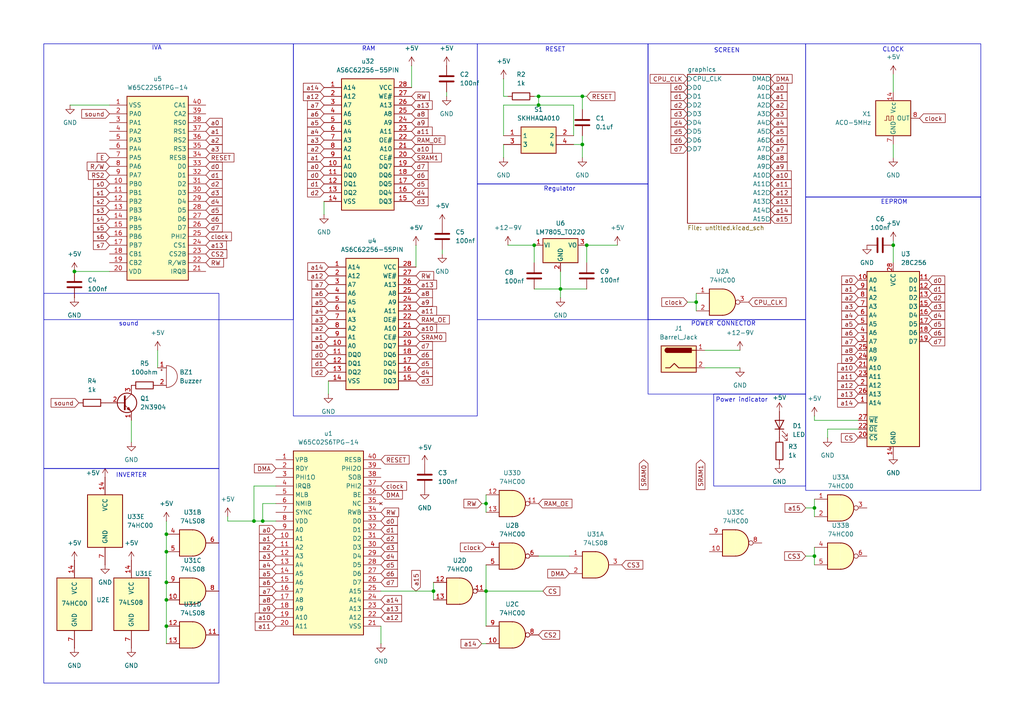
<source format=kicad_sch>
(kicad_sch (version 20231120) (generator "eeschema") (generator_version "8.0")
  (paper "A4")
  (title_block (title "Jaguar X64 v1") (date "2025-10-26") (rev "A") (company "ZPL"))
  (lib_symbols
    (symbol "74xx:74HC00" (pin_names (offset 1.016))
      (property "Reference" "U" (at 0 1.27 0))
      (property "Value" "74HC00" (at 0 -1.27 0))
      (symbol "74HC00_1_1"
        (pin input line (at -7.62 2.54 0) (length 3.81) (name "~") (number "1"))
        (pin input line (at -7.62 -2.54 0) (length 3.81) (name "~") (number "2"))
        (pin output inverted (at 7.62 0 180) (length 3.81) (name "~") (number "3"))
      )
      (symbol "74HC00_1_2"
        (pin input inverted (at -7.62 2.54 0) (length 4.318) (name "~") (number "1"))
        (pin input inverted (at -7.62 -2.54 0) (length 4.318) (name "~") (number "2"))
        (pin output line (at 7.62 0 180) (length 3.81) (name "~") (number "3"))
      )
      (symbol "74HC00_2_1"
        (pin input line (at -7.62 2.54 0) (length 3.81) (name "~") (number "4"))
        (pin input line (at -7.62 -2.54 0) (length 3.81) (name "~") (number "5"))
        (pin output inverted (at 7.62 0 180) (length 3.81) (name "~") (number "6"))
      )
      (symbol "74HC00_2_2"
        (pin input inverted (at -7.62 2.54 0) (length 4.318) (name "~") (number "4"))
        (pin input inverted (at -7.62 -2.54 0) (length 4.318) (name "~") (number "5"))
        (pin output line (at 7.62 0 180) (length 3.81) (name "~") (number "6"))
      )
      (symbol "74HC00_3_1"
        (pin input line (at -7.62 -2.54 0) (length 3.81) (name "~") (number "10"))
        (pin output inverted (at 7.62 0 180) (length 3.81) (name "~") (number "8"))
        (pin input line (at -7.62 2.54 0) (length 3.81) (name "~") (number "9"))
      )
      (symbol "74HC00_3_2"
        (pin input inverted (at -7.62 -2.54 0) (length 4.318) (name "~") (number "10"))
        (pin output line (at 7.62 0 180) (length 3.81) (name "~") (number "8"))
        (pin input inverted (at -7.62 2.54 0) (length 4.318) (name "~") (number "9"))
      )
      (symbol "74HC00_4_1"
        (pin output inverted (at 7.62 0 180) (length 3.81) (name "~") (number "11"))
        (pin input line (at -7.62 2.54 0) (length 3.81) (name "~") (number "12"))
        (pin input line (at -7.62 -2.54 0) (length 3.81) (name "~") (number "13"))
      )
      (symbol "74HC00_4_2"
        (pin output line (at 7.62 0 180) (length 3.81) (name "~") (number "11"))
        (pin input inverted (at -7.62 2.54 0) (length 4.318) (name "~") (number "12"))
        (pin input inverted (at -7.62 -2.54 0) (length 4.318) (name "~") (number "13"))
      )
      (symbol "74HC00_5_0"
        (pin power_in line (at 0 12.7 270) (length 5.08) (name "VCC") (number "14"))
        (pin power_in line (at 0 -12.7 90) (length 5.08) (name "GND") (number "7"))
      )
    )
    (symbol "74xx:74LS08" (pin_names (offset 1.016))
      (property "Reference" "U" (at 0 1.27 0))
      (property "Value" "74LS08" (at 0 -1.27 0))
      (symbol "74LS08_1_1"
        (pin input line (at -7.62 2.54 0) (length 3.81) (name "~") (number "1"))
        (pin input line (at -7.62 -2.54 0) (length 3.81) (name "~") (number "2"))
        (pin output line (at 7.62 0 180) (length 3.81) (name "~") (number "3"))
      )
      (symbol "74LS08_1_2"
        (pin input inverted (at -7.62 2.54 0) (length 4.318) (name "~") (number "1"))
        (pin input inverted (at -7.62 -2.54 0) (length 4.318) (name "~") (number "2"))
        (pin output inverted (at 7.62 0 180) (length 3.81) (name "~") (number "3"))
      )
      (symbol "74LS08_2_1"
        (pin input line (at -7.62 2.54 0) (length 3.81) (name "~") (number "4"))
        (pin input line (at -7.62 -2.54 0) (length 3.81) (name "~") (number "5"))
        (pin output line (at 7.62 0 180) (length 3.81) (name "~") (number "6"))
      )
      (symbol "74LS08_2_2"
        (pin input inverted (at -7.62 2.54 0) (length 4.318) (name "~") (number "4"))
        (pin input inverted (at -7.62 -2.54 0) (length 4.318) (name "~") (number "5"))
        (pin output inverted (at 7.62 0 180) (length 3.81) (name "~") (number "6"))
      )
      (symbol "74LS08_3_1"
        (pin input line (at -7.62 -2.54 0) (length 3.81) (name "~") (number "10"))
        (pin output line (at 7.62 0 180) (length 3.81) (name "~") (number "8"))
        (pin input line (at -7.62 2.54 0) (length 3.81) (name "~") (number "9"))
      )
      (symbol "74LS08_3_2"
        (pin input inverted (at -7.62 -2.54 0) (length 4.318) (name "~") (number "10"))
        (pin output inverted (at 7.62 0 180) (length 3.81) (name "~") (number "8"))
        (pin input inverted (at -7.62 2.54 0) (length 4.318) (name "~") (number "9"))
      )
      (symbol "74LS08_4_1"
        (pin output line (at 7.62 0 180) (length 3.81) (name "~") (number "11"))
        (pin input line (at -7.62 2.54 0) (length 3.81) (name "~") (number "12"))
        (pin input line (at -7.62 -2.54 0) (length 3.81) (name "~") (number "13"))
      )
      (symbol "74LS08_4_2"
        (pin output inverted (at 7.62 0 180) (length 3.81) (name "~") (number "11"))
        (pin input inverted (at -7.62 2.54 0) (length 4.318) (name "~") (number "12"))
        (pin input inverted (at -7.62 -2.54 0) (length 4.318) (name "~") (number "13"))
      )
      (symbol "74LS08_5_0"
        (pin power_in line (at 0 12.7 270) (length 5.08) (name "VCC") (number "14"))
        (pin power_in line (at 0 -12.7 90) (length 5.08) (name "GND") (number "7"))
      )
    )
    (symbol "Connector:Barrel_Jack" (pin_names (offset 1.016))
      (property "Reference" "J" (at 0 5.334 0))
      (property "Value" "Barrel_Jack" (at 0 -5.08 0))
      (symbol "Barrel_Jack_1_1"
        (pin passive line (at 7.62 2.54 180) (length 2.54) (name "~") (number "1"))
        (pin passive line (at 7.62 -2.54 180) (length 2.54) (name "~") (number "2"))
      )
    )
    (symbol "Device:Buzzer" (pin_names (offset 0.0254) hide)
      (property "Reference" "BZ" (at 3.81 1.27 0))
      (property "Value" "Buzzer" (at 3.81 -1.27 0))
      (symbol "Buzzer_1_1"
        (pin passive line (at -2.54 2.54 0) (length 2.54) (name "+") (number "1"))
        (pin passive line (at -2.54 -2.54 0) (length 2.54) (name "-") (number "2"))
      )
    )
    (symbol "Device:C" (pin_numbers hide) (pin_names (offset 0.254))
      (property "Reference" "C" (at 0.635 2.54 0))
      (property "Value" "C" (at 0.635 -2.54 0))
      (symbol "C_1_1"
        (pin passive line (at 0 3.81 270) (length 2.794) (name "~") (number "1"))
        (pin passive line (at 0 -3.81 90) (length 2.794) (name "~") (number "2"))
      )
    )
    (symbol "Device:LED" (pin_numbers hide) (pin_names (offset 1.016) hide)
      (property "Reference" "D" (at 0 2.54 0))
      (property "Value" "LED" (at 0 -2.54 0))
      (symbol "LED_1_1"
        (pin passive line (at -3.81 0 0) (length 2.54) (name "K") (number "1"))
        (pin passive line (at 3.81 0 180) (length 2.54) (name "A") (number "2"))
      )
    )
    (symbol "Device:R" (pin_numbers hide) (pin_names (offset 0))
      (property "Reference" "R" (at 2.032 0 90))
      (property "Value" "R" (at 0 0 90))
      (symbol "R_1_1"
        (pin passive line (at 0 3.81 270) (length 1.27) (name "~") (number "1"))
        (pin passive line (at 0 -3.81 90) (length 1.27) (name "~") (number "2"))
      )
    )
    (symbol "Memory_EEPROM:28C256"
      (property "Reference" "U" (at -7.62 26.67 0))
      (property "Value" "28C256" (at 2.54 -26.67 0))
      (symbol "28C256_1_1"
        (pin input line (at -10.16 -12.7 0) (length 2.54) (name "A14") (number "1"))
        (pin input line (at -10.16 22.86 0) (length 2.54) (name "A0") (number "10"))
        (pin tri_state line (at 10.16 22.86 180) (length 2.54) (name "D0") (number "11"))
        (pin tri_state line (at 10.16 20.32 180) (length 2.54) (name "D1") (number "12"))
        (pin tri_state line (at 10.16 17.78 180) (length 2.54) (name "D2") (number "13"))
        (pin power_in line (at 0 -27.94 90) (length 2.54) (name "GND") (number "14"))
        (pin tri_state line (at 10.16 15.24 180) (length 2.54) (name "D3") (number "15"))
        (pin tri_state line (at 10.16 12.7 180) (length 2.54) (name "D4") (number "16"))
        (pin tri_state line (at 10.16 10.16 180) (length 2.54) (name "D5") (number "17"))
        (pin tri_state line (at 10.16 7.62 180) (length 2.54) (name "D6") (number "18"))
        (pin tri_state line (at 10.16 5.08 180) (length 2.54) (name "D7") (number "19"))
        (pin input line (at -10.16 -7.62 0) (length 2.54) (name "A12") (number "2"))
        (pin input line (at -10.16 -22.86 0) (length 2.54) (name "~{CS}") (number "20"))
        (pin input line (at -10.16 -2.54 0) (length 2.54) (name "A10") (number "21"))
        (pin input line (at -10.16 -20.32 0) (length 2.54) (name "~{OE}") (number "22"))
        (pin input line (at -10.16 -5.08 0) (length 2.54) (name "A11") (number "23"))
        (pin input line (at -10.16 0 0) (length 2.54) (name "A9") (number "24"))
        (pin input line (at -10.16 2.54 0) (length 2.54) (name "A8") (number "25"))
        (pin input line (at -10.16 -10.16 0) (length 2.54) (name "A13") (number "26"))
        (pin input line (at -10.16 -17.78 0) (length 2.54) (name "~{WE}") (number "27"))
        (pin power_in line (at 0 27.94 270) (length 2.54) (name "VCC") (number "28"))
        (pin input line (at -10.16 5.08 0) (length 2.54) (name "A7") (number "3"))
        (pin input line (at -10.16 7.62 0) (length 2.54) (name "A6") (number "4"))
        (pin input line (at -10.16 10.16 0) (length 2.54) (name "A5") (number "5"))
        (pin input line (at -10.16 12.7 0) (length 2.54) (name "A4") (number "6"))
        (pin input line (at -10.16 15.24 0) (length 2.54) (name "A3") (number "7"))
        (pin input line (at -10.16 17.78 0) (length 2.54) (name "A2") (number "8"))
        (pin input line (at -10.16 20.32 0) (length 2.54) (name "A1") (number "9"))
      )
    )
    (symbol "Oscillator:ACO-xxxMHz" (pin_names (offset 0.254))
      (property "Reference" "X" (at -5.08 6.35 0))
      (property "Value" "ACO-xxxMHz" (at 1.27 -6.35 0))
      (symbol "ACO-xxxMHz_1_1"
        (pin no_connect line (at -5.08 2.54 0) (length 2.54) hide (name "NC") (number "1"))
        (pin power_in line (at 0 7.62 270) (length 2.54) (name "Vcc") (number "14"))
        (pin power_in line (at 0 -7.62 90) (length 2.54) (name "GND") (number "7"))
        (pin output line (at 7.62 0 180) (length 2.54) (name "OUT") (number "8"))
      )
    )
    (symbol "Regulator_Linear:LM7805_TO220" (pin_names (offset 0.254))
      (property "Reference" "U" (at -3.81 3.175 0))
      (property "Value" "LM7805_TO220" (at 0 3.175 0))
      (symbol "LM7805_TO220_1_1"
        (pin power_in line (at -7.62 0 0) (length 2.54) (name "VI") (number "1"))
        (pin power_in line (at 0 -7.62 90) (length 2.54) (name "GND") (number "2"))
        (pin power_out line (at 7.62 0 180) (length 2.54) (name "VO") (number "3"))
      )
    )
    (symbol "SamacSys_Parts:AS6C62256-55PIN"
      (property "Reference" "IC" (at 21.59 7.62 0))
      (property "Value" "AS6C62256-55PIN" (at 21.59 5.08 0))
      (symbol "AS6C62256-55PIN_1_1"
        (pin passive line (at 0 0 0) (length 5.08) (name "A14") (number "1"))
        (pin passive line (at 0 -22.86 0) (length 5.08) (name "A0") (number "10"))
        (pin passive line (at 0 -25.4 0) (length 5.08) (name "DQ0") (number "11"))
        (pin passive line (at 0 -27.94 0) (length 5.08) (name "DQ1") (number "12"))
        (pin passive line (at 0 -30.48 0) (length 5.08) (name "DQ2") (number "13"))
        (pin passive line (at 0 -33.02 0) (length 5.08) (name "VSS") (number "14"))
        (pin passive line (at 25.4 -33.02 180) (length 5.08) (name "DQ3") (number "15"))
        (pin passive line (at 25.4 -30.48 180) (length 5.08) (name "DQ4") (number "16"))
        (pin passive line (at 25.4 -27.94 180) (length 5.08) (name "DQ5") (number "17"))
        (pin passive line (at 25.4 -25.4 180) (length 5.08) (name "DQ6") (number "18"))
        (pin passive line (at 25.4 -22.86 180) (length 5.08) (name "DQ7") (number "19"))
        (pin passive line (at 0 -2.54 0) (length 5.08) (name "A12") (number "2"))
        (pin passive line (at 25.4 -20.32 180) (length 5.08) (name "CE#") (number "20"))
        (pin passive line (at 25.4 -17.78 180) (length 5.08) (name "A10") (number "21"))
        (pin passive line (at 25.4 -15.24 180) (length 5.08) (name "OE#") (number "22"))
        (pin passive line (at 25.4 -12.7 180) (length 5.08) (name "A11") (number "23"))
        (pin passive line (at 25.4 -10.16 180) (length 5.08) (name "A9") (number "24"))
        (pin passive line (at 25.4 -7.62 180) (length 5.08) (name "A8") (number "25"))
        (pin passive line (at 25.4 -5.08 180) (length 5.08) (name "A13") (number "26"))
        (pin passive line (at 25.4 -2.54 180) (length 5.08) (name "WE#") (number "27"))
        (pin passive line (at 25.4 0 180) (length 5.08) (name "VCC") (number "28"))
        (pin passive line (at 0 -5.08 0) (length 5.08) (name "A7") (number "3"))
        (pin passive line (at 0 -7.62 0) (length 5.08) (name "A6") (number "4"))
        (pin passive line (at 0 -10.16 0) (length 5.08) (name "A5") (number "5"))
        (pin passive line (at 0 -12.7 0) (length 5.08) (name "A4") (number "6"))
        (pin passive line (at 0 -15.24 0) (length 5.08) (name "A3") (number "7"))
        (pin passive line (at 0 -17.78 0) (length 5.08) (name "A2") (number "8"))
        (pin passive line (at 0 -20.32 0) (length 5.08) (name "A1") (number "9"))
      )
    )
    (symbol "SamacSys_Parts:SKHHAQA010"
      (property "Reference" "S" (at 16.51 7.62 0))
      (property "Value" "SKHHAQA010" (at 16.51 5.08 0))
      (symbol "SKHHAQA010_1_1"
        (pin passive line (at 0 0 0) (length 5.08) (name "1") (number "1"))
        (pin passive line (at 20.32 0 180) (length 5.08) (name "2") (number "2"))
        (pin passive line (at 0 -2.54 0) (length 5.08) (name "3") (number "3"))
        (pin passive line (at 20.32 -2.54 180) (length 5.08) (name "4") (number "4"))
      )
    )
    (symbol "SamacSys_Parts:W65C02S6TPG-14"
      (property "Reference" "IC" (at 26.67 7.62 0))
      (property "Value" "W65C02S6TPG-14" (at 26.67 5.08 0))
      (symbol "W65C02S6TPG-14_1_1"
        (pin passive line (at 0 0 0) (length 5.08) (name "VPB") (number "1"))
        (pin output line (at 0 -22.86 0) (length 5.08) (name "A1") (number "10"))
        (pin output line (at 0 -25.4 0) (length 5.08) (name "A2") (number "11"))
        (pin output line (at 0 -27.94 0) (length 5.08) (name "A3") (number "12"))
        (pin output line (at 0 -30.48 0) (length 5.08) (name "A4") (number "13"))
        (pin output line (at 0 -33.02 0) (length 5.08) (name "A5") (number "14"))
        (pin output line (at 0 -35.56 0) (length 5.08) (name "A6") (number "15"))
        (pin output line (at 0 -38.1 0) (length 5.08) (name "A7") (number "16"))
        (pin output line (at 0 -40.64 0) (length 5.08) (name "A8") (number "17"))
        (pin output line (at 0 -43.18 0) (length 5.08) (name "A9") (number "18"))
        (pin output line (at 0 -45.72 0) (length 5.08) (name "A10") (number "19"))
        (pin passive line (at 0 -2.54 0) (length 5.08) (name "RDY") (number "2"))
        (pin output line (at 0 -48.26 0) (length 5.08) (name "A11") (number "20"))
        (pin power_in line (at 30.48 -48.26 180) (length 5.08) (name "VSS") (number "21"))
        (pin output line (at 30.48 -45.72 180) (length 5.08) (name "A12") (number "22"))
        (pin output line (at 30.48 -43.18 180) (length 5.08) (name "A13") (number "23"))
        (pin output line (at 30.48 -40.64 180) (length 5.08) (name "A14") (number "24"))
        (pin output line (at 30.48 -38.1 180) (length 5.08) (name "A15") (number "25"))
        (pin output line (at 30.48 -35.56 180) (length 5.08) (name "D7") (number "26"))
        (pin output line (at 30.48 -33.02 180) (length 5.08) (name "D6") (number "27"))
        (pin output line (at 30.48 -30.48 180) (length 5.08) (name "D5") (number "28"))
        (pin output line (at 30.48 -27.94 180) (length 5.08) (name "D4") (number "29"))
        (pin passive line (at 0 -5.08 0) (length 5.08) (name "PHI1O") (number "3"))
        (pin output line (at 30.48 -25.4 180) (length 5.08) (name "D3") (number "30"))
        (pin output line (at 30.48 -22.86 180) (length 5.08) (name "D2") (number "31"))
        (pin output line (at 30.48 -20.32 180) (length 5.08) (name "D1") (number "32"))
        (pin output line (at 30.48 -17.78 180) (length 5.08) (name "D0") (number "33"))
        (pin output line (at 30.48 -15.24 180) (length 5.08) (name "RWB") (number "34"))
        (pin no_connect line (at 30.48 -12.7 180) (length 5.08) (name "NC") (number "35"))
        (pin passive line (at 30.48 -10.16 180) (length 5.08) (name "BE") (number "36"))
        (pin passive line (at 30.48 -7.62 180) (length 5.08) (name "PHI2") (number "37"))
        (pin passive line (at 30.48 -5.08 180) (length 5.08) (name "SOB") (number "38"))
        (pin passive line (at 30.48 -2.54 180) (length 5.08) (name "PHI2O") (number "39"))
        (pin input line (at 0 -7.62 0) (length 5.08) (name "IRQB") (number "4"))
        (pin input line (at 30.48 0 180) (length 5.08) (name "RESB") (number "40"))
        (pin passive line (at 0 -10.16 0) (length 5.08) (name "MLB") (number "5"))
        (pin input line (at 0 -12.7 0) (length 5.08) (name "NMIB") (number "6"))
        (pin output line (at 0 -15.24 0) (length 5.08) (name "SYNC") (number "7"))
        (pin power_in line (at 0 -17.78 0) (length 5.08) (name "VDD") (number "8"))
        (pin output line (at 0 -20.32 0) (length 5.08) (name "A0") (number "9"))
      )
    )
    (symbol "SamacSys_Parts:W65C22S6TPG-14"
      (property "Reference" "IC" (at 24.13 7.62 0))
      (property "Value" "W65C22S6TPG-14" (at 24.13 5.08 0))
      (symbol "W65C22S6TPG-14_1_1"
        (pin passive line (at 0 0 0) (length 5.08) (name "VSS") (number "1"))
        (pin passive line (at 0 -22.86 0) (length 5.08) (name "PB0") (number "10"))
        (pin passive line (at 0 -25.4 0) (length 5.08) (name "PB1") (number "11"))
        (pin passive line (at 0 -27.94 0) (length 5.08) (name "PB2") (number "12"))
        (pin passive line (at 0 -30.48 0) (length 5.08) (name "PB3") (number "13"))
        (pin passive line (at 0 -33.02 0) (length 5.08) (name "PB4") (number "14"))
        (pin passive line (at 0 -35.56 0) (length 5.08) (name "PB5") (number "15"))
        (pin passive line (at 0 -38.1 0) (length 5.08) (name "PB6") (number "16"))
        (pin passive line (at 0 -40.64 0) (length 5.08) (name "PB7") (number "17"))
        (pin passive line (at 0 -43.18 0) (length 5.08) (name "CB1") (number "18"))
        (pin passive line (at 0 -45.72 0) (length 5.08) (name "CB2") (number "19"))
        (pin passive line (at 0 -2.54 0) (length 5.08) (name "PA0") (number "2"))
        (pin passive line (at 0 -48.26 0) (length 5.08) (name "VDD") (number "20"))
        (pin passive line (at 27.94 -48.26 180) (length 5.08) (name "IRQB") (number "21"))
        (pin passive line (at 27.94 -45.72 180) (length 5.08) (name "R/WB") (number "22"))
        (pin passive line (at 27.94 -43.18 180) (length 5.08) (name "CS2B") (number "23"))
        (pin passive line (at 27.94 -40.64 180) (length 5.08) (name "CS1") (number "24"))
        (pin passive line (at 27.94 -38.1 180) (length 5.08) (name "PHI2") (number "25"))
        (pin passive line (at 27.94 -35.56 180) (length 5.08) (name "D7") (number "26"))
        (pin passive line (at 27.94 -33.02 180) (length 5.08) (name "D6") (number "27"))
        (pin passive line (at 27.94 -30.48 180) (length 5.08) (name "D5") (number "28"))
        (pin passive line (at 27.94 -27.94 180) (length 5.08) (name "D4") (number "29"))
        (pin passive line (at 0 -5.08 0) (length 5.08) (name "PA1") (number "3"))
        (pin passive line (at 27.94 -25.4 180) (length 5.08) (name "D3") (number "30"))
        (pin passive line (at 27.94 -22.86 180) (length 5.08) (name "D2") (number "31"))
        (pin passive line (at 27.94 -20.32 180) (length 5.08) (name "D1") (number "32"))
        (pin passive line (at 27.94 -17.78 180) (length 5.08) (name "D0") (number "33"))
        (pin passive line (at 27.94 -15.24 180) (length 5.08) (name "RESB") (number "34"))
        (pin passive line (at 27.94 -12.7 180) (length 5.08) (name "RS3") (number "35"))
        (pin passive line (at 27.94 -10.16 180) (length 5.08) (name "RS2") (number "36"))
        (pin passive line (at 27.94 -7.62 180) (length 5.08) (name "RS1") (number "37"))
        (pin passive line (at 27.94 -5.08 180) (length 5.08) (name "RS0") (number "38"))
        (pin passive line (at 27.94 -2.54 180) (length 5.08) (name "CA2") (number "39"))
        (pin passive line (at 0 -7.62 0) (length 5.08) (name "PA2") (number "4"))
        (pin passive line (at 27.94 0 180) (length 5.08) (name "CA1") (number "40"))
        (pin passive line (at 0 -10.16 0) (length 5.08) (name "PA3") (number "5"))
        (pin passive line (at 0 -12.7 0) (length 5.08) (name "PA4") (number "6"))
        (pin passive line (at 0 -15.24 0) (length 5.08) (name "PA5") (number "7"))
        (pin passive line (at 0 -17.78 0) (length 5.08) (name "PA6") (number "8"))
        (pin passive line (at 0 -20.32 0) (length 5.08) (name "PA7") (number "9"))
      )
    )
    (symbol "Transistor_BJT:2N3904" (pin_names (offset 0) hide)
      (property "Reference" "Q" (at 5.08 1.905 0))
      (property "Value" "2N3904" (at 5.08 0 0))
      (symbol "2N3904_1_1"
        (pin passive line (at 2.54 -5.08 90) (length 2.54) (name "E") (number "1"))
        (pin passive line (at -5.08 0 0) (length 5.715) (name "B") (number "2"))
        (pin passive line (at 2.54 5.08 270) (length 2.54) (name "C") (number "3"))
      )
    )
    (symbol "power:+12V" (power) (pin_numbers hide) (pin_names (offset 0) hide)
      (property "Value" "+12V" (at 0 3.556 0))
      (symbol "+12V_1_1"
        (pin power_in line (at 0 0 90) (length 0) (name "~") (number "1"))
      )
    )
    (symbol "power:+5V" (power) (pin_numbers hide) (pin_names (offset 0) hide)
      (property "Value" "+5V" (at 0 3.556 0))
      (symbol "+5V_1_1"
        (pin power_in line (at 0 0 90) (length 0) (name "~") (number "1"))
      )
    )
    (symbol "power:GND" (power) (pin_numbers hide) (pin_names (offset 0) hide)
      (property "Value" "GND" (at 0 -3.81 0))
      (symbol "GND_1_1"
        (pin power_in line (at 0 0 270) (length 0) (name "~") (number "1"))
      )
    )
  )
  (junction (at 48.26 154.94))
  (junction (at 140.97 146.05))
  (junction (at 154.94 71.12))
  (junction (at 162.56 83.82))
  (junction (at 259.08 71.12))
  (junction (at 76.2 151.13))
  (junction (at 125.73 171.45))
  (junction (at 48.26 173.99))
  (junction (at 170.18 71.12))
  (junction (at 48.26 181.61))
  (junction (at 236.22 161.29))
  (junction (at 168.91 27.94))
  (junction (at 236.22 147.32))
  (junction (at 201.93 87.63))
  (junction (at 168.91 41.91))
  (junction (at 48.26 168.91))
  (junction (at 140.97 171.45))
  (junction (at 48.26 160.02))
  (junction (at 21.59 78.74))
  (junction (at 73.66 151.13))
  (junction (at 156.21 30.48))
  (junction (at 156.21 27.94))
  (wire (pts (xy 48.26 168.91) (xy 48.26 173.99)))
  (wire (pts (xy 259.08 71.12) (xy 259.08 76.2)))
  (wire (pts (xy 146.05 39.37) (xy 146.05 30.48)))
  (wire (pts (xy 147.32 71.12) (xy 154.94 71.12)))
  (wire (pts (xy 240.03 124.46) (xy 248.92 124.46)))
  (wire (pts (xy 156.21 27.94) (xy 156.21 30.48)))
  (wire (pts (xy 259.08 21.59) (xy 259.08 26.67)))
  (wire (pts (xy 259.08 41.91) (xy 259.08 45.72)))
  (wire (pts (xy 156.21 161.29) (xy 165.1 161.29)))
  (wire (pts (xy 156.21 27.94) (xy 168.91 27.94)))
  (wire (pts (xy 120.65 71.12) (xy 120.65 77.47)))
  (wire (pts (xy 48.26 151.13) (xy 48.26 154.94)))
  (wire (pts (xy 201.93 87.63) (xy 201.93 85.09)))
  (wire (pts (xy 66.04 151.13) (xy 73.66 151.13)))
  (wire (pts (xy 236.22 121.92) (xy 236.22 120.65)))
  (wire (pts (xy 236.22 144.78) (xy 236.22 147.32)))
  (wire (pts (xy 119.38 19.05) (xy 119.38 25.4)))
  (wire (pts (xy 140.97 146.05) (xy 140.97 143.51)))
  (wire (pts (xy 20.32 30.48) (xy 31.75 30.48)))
  (wire (pts (xy 259.08 69.85) (xy 259.08 71.12)))
  (wire (pts (xy 140.97 171.45) (xy 157.48 171.45)))
  (wire (pts (xy 233.68 147.32) (xy 236.22 147.32)))
  (wire (pts (xy 38.1 128.27) (xy 38.1 121.92)))
  (wire (pts (xy 140.97 146.05) (xy 140.97 148.59)))
  (wire (pts (xy 236.22 121.92) (xy 248.92 121.92)))
  (wire (pts (xy 214.63 101.6) (xy 204.47 101.6)))
  (wire (pts (xy 168.91 31.75) (xy 168.91 27.94)))
  (wire (pts (xy 146.05 45.72) (xy 146.05 41.91)))
  (wire (pts (xy 168.91 41.91) (xy 168.91 45.72)))
  (wire (pts (xy 80.01 146.05) (xy 76.2 146.05)))
  (wire (pts (xy 48.26 181.61) (xy 48.26 186.69)))
  (wire (pts (xy 168.91 27.94) (xy 170.18 27.94)))
  (wire (pts (xy 162.56 78.74) (xy 162.56 83.82)))
  (wire (pts (xy 140.97 171.45) (xy 140.97 181.61)))
  (wire (pts (xy 66.04 151.13) (xy 66.04 149.86)))
  (wire (pts (xy 199.39 87.63) (xy 201.93 87.63)))
  (wire (pts (xy 201.93 87.63) (xy 201.93 90.17)))
  (wire (pts (xy 146.05 22.86) (xy 146.05 27.94)))
  (wire (pts (xy 48.26 160.02) (xy 48.26 168.91)))
  (wire (pts (xy 139.7 146.05) (xy 140.97 146.05)))
  (wire (pts (xy 154.94 76.2) (xy 154.94 71.12)))
  (wire (pts (xy 166.37 39.37) (xy 166.37 30.48)))
  (wire (pts (xy 162.56 83.82) (xy 170.18 83.82)))
  (wire (pts (xy 154.94 27.94) (xy 156.21 27.94)))
  (wire (pts (xy 125.73 168.91) (xy 125.73 171.45)))
  (wire (pts (xy 128.27 72.39) (xy 128.27 73.66)))
  (wire (pts (xy 80.01 140.97) (xy 73.66 140.97)))
  (wire (pts (xy 168.91 39.37) (xy 168.91 41.91)))
  (wire (pts (xy 139.7 186.69) (xy 140.97 186.69)))
  (wire (pts (xy 146.05 27.94) (xy 147.32 27.94)))
  (wire (pts (xy 45.72 101.6) (xy 45.72 106.68)))
  (wire (pts (xy 21.59 78.74) (xy 31.75 78.74)))
  (wire (pts (xy 110.49 186.69) (xy 110.49 181.61)))
  (wire (pts (xy 179.07 71.12) (xy 170.18 71.12)))
  (wire (pts (xy 170.18 76.2) (xy 170.18 71.12)))
  (wire (pts (xy 233.68 161.29) (xy 236.22 161.29)))
  (wire (pts (xy 125.73 171.45) (xy 125.73 173.99)))
  (wire (pts (xy 166.37 41.91) (xy 168.91 41.91)))
  (wire (pts (xy 154.94 83.82) (xy 162.56 83.82)))
  (wire (pts (xy 162.56 83.82) (xy 162.56 86.36)))
  (wire (pts (xy 236.22 161.29) (xy 236.22 163.83)))
  (wire (pts (xy 48.26 173.99) (xy 48.26 181.61)))
  (wire (pts (xy 240.03 124.46) (xy 240.03 127)))
  (wire (pts (xy 236.22 147.32) (xy 236.22 149.86)))
  (wire (pts (xy 48.26 154.94) (xy 48.26 160.02)))
  (wire (pts (xy 95.25 114.3) (xy 95.25 110.49)))
  (wire (pts (xy 76.2 146.05) (xy 76.2 151.13)))
  (wire (pts (xy 146.05 30.48) (xy 156.21 30.48)))
  (wire (pts (xy 76.2 151.13) (xy 73.66 151.13)))
  (wire (pts (xy 140.97 163.83) (xy 140.97 171.45)))
  (wire (pts (xy 80.01 151.13) (xy 76.2 151.13)))
  (wire (pts (xy 110.49 171.45) (xy 125.73 171.45)))
  (wire (pts (xy 214.63 106.68) (xy 204.47 106.68)))
  (wire (pts (xy 236.22 161.29) (xy 236.22 158.75)))
  (wire (pts (xy 93.98 62.23) (xy 93.98 58.42)))
  (wire (pts (xy 73.66 140.97) (xy 73.66 151.13)))
  (wire (pts (xy 166.37 30.48) (xy 156.21 30.48)))
  (wire (pts (xy 129.54 26.67) (xy 129.54 27.94)))
  (rectangle (start 138.43 12.7) (end 187.96 53.34))
  (rectangle (start 12.7 85.09) (end 63.5 135.89))
  (rectangle (start 187.96 92.71) (end 233.68 114.3))
  (rectangle (start 207.01 114.3) (end 233.68 140.97))
  (rectangle (start 233.68 12.7) (end 284.48 57.15))
  (rectangle (start 85.09 12.7) (end 138.43 120.65))
  (rectangle (start 187.96 12.7) (end 233.68 92.71))
  (rectangle (start 233.68 57.15) (end 284.48 142.24))
  (rectangle (start 138.43 53.34) (end 187.96 92.71))
  (rectangle (start 12.7 12.7) (end 85.09 92.71))
  (rectangle (start 12.7 135.89) (end 63.5 198.12))
  (text "Regulator" (at 162.306 54.864 0) (effects (font (size 1.27 1.27))))
  (text "RESET" (at 161.036 14.478 0) (effects (font (size 1.27 1.27))))
  (text "CLOCK" (at 259.08 14.478 0) (effects (font (size 1.27 1.27))))
  (text "RAM" (at 106.934 14.224 0) (effects (font (size 1.27 1.27))))
  (text "POWER CONNECTOR" (at 209.804 93.98 0) (effects (font (size 1.27 1.27))))
  (text "IVA" (at 45.466 13.97 0) (effects (font (size 1.27 1.27))))
  (text "SCREEN" (at 210.82 14.732 0) (effects (font (size 1.27 1.27))))
  (text "EEPROM" (at 259.334 58.674 0) (effects (font (size 1.27 1.27))))
  (text "sound" (at 37.338 93.98 0) (effects (font (size 1.27 1.27))))
  (text "Power indicator" (at 215.138 116.078 0) (effects (font (size 1.27 1.27))))
  (text "INVERTER" (at 38.1 137.922 0) (effects (font (size 1.27 1.27))))
  (global_label "CS2" (shape input) (at 59.69 73.66 0) (property "Intersheetrefs" "${INTERSHEET_REFS}" (effects (hide yes))))
  (global_label "d6" (shape input) (at 120.65 102.87 0) (property "Intersheetrefs" "${INTERSHEET_REFS}" (effects (hide yes))))
  (global_label "d1" (shape input) (at 93.98 53.34 180) (property "Intersheetrefs" "${INTERSHEET_REFS}" (effects (hide yes))))
  (global_label "a12" (shape input) (at 223.52 55.88 0) (property "Intersheetrefs" "${INTERSHEET_REFS}" (effects (hide yes))))
  (global_label "a14" (shape input) (at 110.49 173.99 0) (property "Intersheetrefs" "${INTERSHEET_REFS}" (effects (hide yes))))
  (global_label "a12" (shape input) (at 95.25 80.01 180) (property "Intersheetrefs" "${INTERSHEET_REFS}" (effects (hide yes))))
  (global_label "a9" (shape input) (at 119.38 35.56 0) (property "Intersheetrefs" "${INTERSHEET_REFS}" (effects (hide yes))))
  (global_label "s5" (shape input) (at 31.75 66.04 180) (property "Intersheetrefs" "${INTERSHEET_REFS}" (effects (hide yes))))
  (global_label "d3" (shape input) (at 59.69 55.88 0) (property "Intersheetrefs" "${INTERSHEET_REFS}" (effects (hide yes))))
  (global_label "clock" (shape input) (at 266.7 34.29 0) (property "Intersheetrefs" "${INTERSHEET_REFS}" (effects (hide yes))))
  (global_label "sound" (shape input) (at 22.86 116.84 180) (property "Intersheetrefs" "${INTERSHEET_REFS}" (effects (hide yes))))
  (global_label "d7" (shape input) (at 269.24 99.06 0) (property "Intersheetrefs" "${INTERSHEET_REFS}" (effects (hide yes))))
  (global_label "a14" (shape input) (at 248.92 116.84 180) (property "Intersheetrefs" "${INTERSHEET_REFS}" (effects (hide yes))))
  (global_label "a12" (shape input) (at 248.92 111.76 180) (property "Intersheetrefs" "${INTERSHEET_REFS}" (effects (hide yes))))
  (global_label "sound" (shape input) (at 31.75 33.02 180) (property "Intersheetrefs" "${INTERSHEET_REFS}" (effects (hide yes))))
  (global_label "d5" (shape input) (at 269.24 93.98 0) (property "Intersheetrefs" "${INTERSHEET_REFS}" (effects (hide yes))))
  (global_label "a0" (shape input) (at 93.98 48.26 180) (property "Intersheetrefs" "${INTERSHEET_REFS}" (effects (hide yes))))
  (global_label "a15" (shape input) (at 233.68 147.32 180) (property "Intersheetrefs" "${INTERSHEET_REFS}" (effects (hide yes))))
  (global_label "a11" (shape input) (at 223.52 53.34 0) (property "Intersheetrefs" "${INTERSHEET_REFS}" (effects (hide yes))))
  (global_label "a13" (shape input) (at 110.49 176.53 0) (property "Intersheetrefs" "${INTERSHEET_REFS}" (effects (hide yes))))
  (global_label "a3" (shape input) (at 95.25 92.71 180) (property "Intersheetrefs" "${INTERSHEET_REFS}" (effects (hide yes))))
  (global_label "d6" (shape input) (at 199.39 40.64 180) (property "Intersheetrefs" "${INTERSHEET_REFS}" (effects (hide yes))))
  (global_label "d4" (shape input) (at 199.39 35.56 180) (property "Intersheetrefs" "${INTERSHEET_REFS}" (effects (hide yes))))
  (global_label "a11" (shape input) (at 119.38 38.1 0) (property "Intersheetrefs" "${INTERSHEET_REFS}" (effects (hide yes))))
  (global_label "DMA" (shape input) (at 165.1 166.37 180) (property "Intersheetrefs" "${INTERSHEET_REFS}" (effects (hide yes))))
  (global_label "a4" (shape input) (at 223.52 35.56 0) (property "Intersheetrefs" "${INTERSHEET_REFS}" (effects (hide yes))))
  (global_label "RW" (shape input) (at 59.69 76.2 0) (property "Intersheetrefs" "${INTERSHEET_REFS}" (effects (hide yes))))
  (global_label "d4" (shape input) (at 119.38 55.88 0) (property "Intersheetrefs" "${INTERSHEET_REFS}" (effects (hide yes))))
  (global_label "d2" (shape input) (at 93.98 55.88 180) (property "Intersheetrefs" "${INTERSHEET_REFS}" (effects (hide yes))))
  (global_label "a0" (shape input) (at 223.52 25.4 0) (property "Intersheetrefs" "${INTERSHEET_REFS}" (effects (hide yes))))
  (global_label "a2" (shape input) (at 223.52 30.48 0) (property "Intersheetrefs" "${INTERSHEET_REFS}" (effects (hide yes))))
  (global_label "a7" (shape input) (at 223.52 43.18 0) (property "Intersheetrefs" "${INTERSHEET_REFS}" (effects (hide yes))))
  (global_label "d3" (shape input) (at 199.39 33.02 180) (property "Intersheetrefs" "${INTERSHEET_REFS}" (effects (hide yes))))
  (global_label "s2" (shape input) (at 31.75 58.42 180) (property "Intersheetrefs" "${INTERSHEET_REFS}" (effects (hide yes))))
  (global_label "a8" (shape input) (at 223.52 45.72 0) (property "Intersheetrefs" "${INTERSHEET_REFS}" (effects (hide yes))))
  (global_label "a2" (shape input) (at 59.69 40.64 0) (property "Intersheetrefs" "${INTERSHEET_REFS}" (effects (hide yes))))
  (global_label "RW" (shape input) (at 110.49 148.59 0) (property "Intersheetrefs" "${INTERSHEET_REFS}" (effects (hide yes))))
  (global_label "s1" (shape input) (at 31.75 55.88 180) (property "Intersheetrefs" "${INTERSHEET_REFS}" (effects (hide yes))))
  (global_label "d5" (shape input) (at 119.38 53.34 0) (property "Intersheetrefs" "${INTERSHEET_REFS}" (effects (hide yes))))
  (global_label "clock" (shape input) (at 59.69 68.58 0) (property "Intersheetrefs" "${INTERSHEET_REFS}" (effects (hide yes))))
  (global_label "a6" (shape input) (at 80.01 168.91 180) (property "Intersheetrefs" "${INTERSHEET_REFS}" (effects (hide yes))))
  (global_label "a13" (shape input) (at 119.38 30.48 0) (property "Intersheetrefs" "${INTERSHEET_REFS}" (effects (hide yes))))
  (global_label "a3" (shape input) (at 59.69 43.18 0) (property "Intersheetrefs" "${INTERSHEET_REFS}" (effects (hide yes))))
  (global_label "a4" (shape input) (at 248.92 91.44 180) (property "Intersheetrefs" "${INTERSHEET_REFS}" (effects (hide yes))))
  (global_label "a10" (shape input) (at 119.38 43.18 0) (property "Intersheetrefs" "${INTERSHEET_REFS}" (effects (hide yes))))
  (global_label "d5" (shape input) (at 120.65 105.41 0) (property "Intersheetrefs" "${INTERSHEET_REFS}" (effects (hide yes))))
  (global_label "a4" (shape input) (at 80.01 163.83 180) (property "Intersheetrefs" "${INTERSHEET_REFS}" (effects (hide yes))))
  (global_label "RAM_OE" (shape input) (at 120.65 92.71 0) (property "Intersheetrefs" "${INTERSHEET_REFS}" (effects (hide yes))))
  (global_label "a2" (shape input) (at 95.25 95.25 180) (property "Intersheetrefs" "${INTERSHEET_REFS}" (effects (hide yes))))
  (global_label "RW" (shape input) (at 120.65 80.01 0) (property "Intersheetrefs" "${INTERSHEET_REFS}" (effects (hide yes))))
  (global_label "d0" (shape input) (at 95.25 102.87 180) (property "Intersheetrefs" "${INTERSHEET_REFS}" (effects (hide yes))))
  (global_label "a8" (shape input) (at 248.92 101.6 180) (property "Intersheetrefs" "${INTERSHEET_REFS}" (effects (hide yes))))
  (global_label "a8" (shape input) (at 80.01 173.99 180) (property "Intersheetrefs" "${INTERSHEET_REFS}" (effects (hide yes))))
  (global_label "a1" (shape input) (at 223.52 27.94 0) (property "Intersheetrefs" "${INTERSHEET_REFS}" (effects (hide yes))))
  (global_label "a1" (shape input) (at 248.92 83.82 180) (property "Intersheetrefs" "${INTERSHEET_REFS}" (effects (hide yes))))
  (global_label "a7" (shape input) (at 95.25 82.55 180) (property "Intersheetrefs" "${INTERSHEET_REFS}" (effects (hide yes))))
  (global_label "RW" (shape input) (at 119.38 27.94 0) (property "Intersheetrefs" "${INTERSHEET_REFS}" (effects (hide yes))))
  (global_label "d3" (shape input) (at 110.49 158.75 0) (property "Intersheetrefs" "${INTERSHEET_REFS}" (effects (hide yes))))
  (global_label "a9" (shape input) (at 223.52 48.26 0) (property "Intersheetrefs" "${INTERSHEET_REFS}" (effects (hide yes))))
  (global_label "a9" (shape input) (at 80.01 176.53 180) (property "Intersheetrefs" "${INTERSHEET_REFS}" (effects (hide yes))))
  (global_label "a1" (shape input) (at 80.01 156.21 180) (property "Intersheetrefs" "${INTERSHEET_REFS}" (effects (hide yes))))
  (global_label "a7" (shape input) (at 248.92 99.06 180) (property "Intersheetrefs" "${INTERSHEET_REFS}" (effects (hide yes))))
  (global_label "d2" (shape input) (at 269.24 86.36 0) (property "Intersheetrefs" "${INTERSHEET_REFS}" (effects (hide yes))))
  (global_label "a3" (shape input) (at 93.98 40.64 180) (property "Intersheetrefs" "${INTERSHEET_REFS}" (effects (hide yes))))
  (global_label "d7" (shape input) (at 199.39 43.18 180) (property "Intersheetrefs" "${INTERSHEET_REFS}" (effects (hide yes))))
  (global_label "a14" (shape input) (at 139.7 186.69 180) (property "Intersheetrefs" "${INTERSHEET_REFS}" (effects (hide yes))))
  (global_label "R{slash}W" (shape input) (at 31.75 48.26 180) (property "Intersheetrefs" "${INTERSHEET_REFS}" (effects (hide yes))))
  (global_label "s7" (shape input) (at 31.75 71.12 180) (property "Intersheetrefs" "${INTERSHEET_REFS}" (effects (hide yes))))
  (global_label "CS3" (shape input) (at 180.34 163.83 0) (property "Intersheetrefs" "${INTERSHEET_REFS}" (effects (hide yes))))
  (global_label "CPU_CLK" (shape input) (at 217.17 87.63 0) (property "Intersheetrefs" "${INTERSHEET_REFS}" (effects (hide yes))))
  (global_label "E" (shape input) (at 31.75 45.72 180) (property "Intersheetrefs" "${INTERSHEET_REFS}" (effects (hide yes))))
  (global_label "a15" (shape input) (at 120.65 171.45 90) (property "Intersheetrefs" "${INTERSHEET_REFS}" (effects (hide yes))))
  (global_label "a10" (shape input) (at 120.65 95.25 0) (property "Intersheetrefs" "${INTERSHEET_REFS}" (effects (hide yes))))
  (global_label "d0" (shape input) (at 93.98 50.8 180) (property "Intersheetrefs" "${INTERSHEET_REFS}" (effects (hide yes))))
  (global_label "a8" (shape input) (at 120.65 85.09 0) (property "Intersheetrefs" "${INTERSHEET_REFS}" (effects (hide yes))))
  (global_label "a0" (shape input) (at 95.25 100.33 180) (property "Intersheetrefs" "${INTERSHEET_REFS}" (effects (hide yes))))
  (global_label "a9" (shape input) (at 248.92 104.14 180) (property "Intersheetrefs" "${INTERSHEET_REFS}" (effects (hide yes))))
  (global_label "CPU_CLK" (shape input) (at 199.39 22.86 180) (property "Intersheetrefs" "${INTERSHEET_REFS}" (effects (hide yes))))
  (global_label "d4" (shape input) (at 59.69 58.42 0) (property "Intersheetrefs" "${INTERSHEET_REFS}" (effects (hide yes))))
  (global_label "a6" (shape input) (at 223.52 40.64 0) (property "Intersheetrefs" "${INTERSHEET_REFS}" (effects (hide yes))))
  (global_label "d5" (shape input) (at 110.49 163.83 0) (property "Intersheetrefs" "${INTERSHEET_REFS}" (effects (hide yes))))
  (global_label "a2" (shape input) (at 93.98 43.18 180) (property "Intersheetrefs" "${INTERSHEET_REFS}" (effects (hide yes))))
  (global_label "a4" (shape input) (at 93.98 38.1 180) (property "Intersheetrefs" "${INTERSHEET_REFS}" (effects (hide yes))))
  (global_label "d4" (shape input) (at 269.24 91.44 0) (property "Intersheetrefs" "${INTERSHEET_REFS}" (effects (hide yes))))
  (global_label "d2" (shape input) (at 95.25 107.95 180) (property "Intersheetrefs" "${INTERSHEET_REFS}" (effects (hide yes))))
  (global_label "RW" (shape input) (at 139.7 146.05 180) (property "Intersheetrefs" "${INTERSHEET_REFS}" (effects (hide yes))))
  (global_label "d0" (shape input) (at 199.39 25.4 180) (property "Intersheetrefs" "${INTERSHEET_REFS}" (effects (hide yes))))
  (global_label "d1" (shape input) (at 110.49 153.67 0) (property "Intersheetrefs" "${INTERSHEET_REFS}" (effects (hide yes))))
  (global_label "a5" (shape input) (at 93.98 35.56 180) (property "Intersheetrefs" "${INTERSHEET_REFS}" (effects (hide yes))))
  (global_label "a0" (shape input) (at 80.01 153.67 180) (property "Intersheetrefs" "${INTERSHEET_REFS}" (effects (hide yes))))
  (global_label "s6" (shape input) (at 31.75 68.58 180) (property "Intersheetrefs" "${INTERSHEET_REFS}" (effects (hide yes))))
  (global_label "a11" (shape input) (at 120.65 90.17 0) (property "Intersheetrefs" "${INTERSHEET_REFS}" (effects (hide yes))))
  (global_label "s0" (shape input) (at 31.75 53.34 180) (property "Intersheetrefs" "${INTERSHEET_REFS}" (effects (hide yes))))
  (global_label "s4" (shape input) (at 31.75 63.5 180) (property "Intersheetrefs" "${INTERSHEET_REFS}" (effects (hide yes))))
  (global_label "a5" (shape input) (at 95.25 87.63 180) (property "Intersheetrefs" "${INTERSHEET_REFS}" (effects (hide yes))))
  (global_label "SRAM0" (shape input) (at 120.65 97.79 0) (property "Intersheetrefs" "${INTERSHEET_REFS}" (effects (hide yes))))
  (global_label "a6" (shape input) (at 248.92 96.52 180) (property "Intersheetrefs" "${INTERSHEET_REFS}" (effects (hide yes))))
  (global_label "a2" (shape input) (at 80.01 158.75 180) (property "Intersheetrefs" "${INTERSHEET_REFS}" (effects (hide yes))))
  (global_label "d6" (shape input) (at 110.49 166.37 0) (property "Intersheetrefs" "${INTERSHEET_REFS}" (effects (hide yes))))
  (global_label "a10" (shape input) (at 248.92 106.68 180) (property "Intersheetrefs" "${INTERSHEET_REFS}" (effects (hide yes))))
  (global_label "a13" (shape input) (at 248.92 114.3 180) (property "Intersheetrefs" "${INTERSHEET_REFS}" (effects (hide yes))))
  (global_label "d6" (shape input) (at 269.24 96.52 0) (property "Intersheetrefs" "${INTERSHEET_REFS}" (effects (hide yes))))
  (global_label "a2" (shape input) (at 248.92 86.36 180) (property "Intersheetrefs" "${INTERSHEET_REFS}" (effects (hide yes))))
  (global_label "d5" (shape input) (at 59.69 60.96 0) (property "Intersheetrefs" "${INTERSHEET_REFS}" (effects (hide yes))))
  (global_label "SRAM1" (shape input) (at 203.2 133.35 270) (property "Intersheetrefs" "${INTERSHEET_REFS}" (effects (hide yes))))
  (global_label "a12" (shape input) (at 93.98 27.94 180) (property "Intersheetrefs" "${INTERSHEET_REFS}" (effects (hide yes))))
  (global_label "a4" (shape input) (at 95.25 90.17 180) (property "Intersheetrefs" "${INTERSHEET_REFS}" (effects (hide yes))))
  (global_label "a7" (shape input) (at 93.98 30.48 180) (property "Intersheetrefs" "${INTERSHEET_REFS}" (effects (hide yes))))
  (global_label "a14" (shape input) (at 223.52 60.96 0) (property "Intersheetrefs" "${INTERSHEET_REFS}" (effects (hide yes))))
  (global_label "d1" (shape input) (at 95.25 105.41 180) (property "Intersheetrefs" "${INTERSHEET_REFS}" (effects (hide yes))))
  (global_label "CS" (shape input) (at 248.92 127 180) (property "Intersheetrefs" "${INTERSHEET_REFS}" (effects (hide yes))))
  (global_label "d3" (shape input) (at 269.24 88.9 0) (property "Intersheetrefs" "${INTERSHEET_REFS}" (effects (hide yes))))
  (global_label "a7" (shape input) (at 80.01 171.45 180) (property "Intersheetrefs" "${INTERSHEET_REFS}" (effects (hide yes))))
  (global_label "d0" (shape input) (at 269.24 81.28 0) (property "Intersheetrefs" "${INTERSHEET_REFS}" (effects (hide yes))))
  (global_label "RESET" (shape input) (at 59.69 45.72 0) (property "Intersheetrefs" "${INTERSHEET_REFS}" (effects (hide yes))))
  (global_label "a13" (shape input) (at 223.52 58.42 0) (property "Intersheetrefs" "${INTERSHEET_REFS}" (effects (hide yes))))
  (global_label "a5" (shape input) (at 80.01 166.37 180) (property "Intersheetrefs" "${INTERSHEET_REFS}" (effects (hide yes))))
  (global_label "CS3" (shape input) (at 233.68 161.29 180) (property "Intersheetrefs" "${INTERSHEET_REFS}" (effects (hide yes))))
  (global_label "d7" (shape input) (at 119.38 48.26 0) (property "Intersheetrefs" "${INTERSHEET_REFS}" (effects (hide yes))))
  (global_label "d5" (shape input) (at 199.39 38.1 180) (property "Intersheetrefs" "${INTERSHEET_REFS}" (effects (hide yes))))
  (global_label "a12" (shape input) (at 110.49 179.07 0) (property "Intersheetrefs" "${INTERSHEET_REFS}" (effects (hide yes))))
  (global_label "d0" (shape input) (at 59.69 48.26 0) (property "Intersheetrefs" "${INTERSHEET_REFS}" (effects (hide yes))))
  (global_label "a3" (shape input) (at 223.52 33.02 0) (property "Intersheetrefs" "${INTERSHEET_REFS}" (effects (hide yes))))
  (global_label "a14" (shape input) (at 93.98 25.4 180) (property "Intersheetrefs" "${INTERSHEET_REFS}" (effects (hide yes))))
  (global_label "RESET" (shape input) (at 110.49 133.35 0) (property "Intersheetrefs" "${INTERSHEET_REFS}" (effects (hide yes))))
  (global_label "a5" (shape input) (at 223.52 38.1 0) (property "Intersheetrefs" "${INTERSHEET_REFS}" (effects (hide yes))))
  (global_label "a11" (shape input) (at 248.92 109.22 180) (property "Intersheetrefs" "${INTERSHEET_REFS}" (effects (hide yes))))
  (global_label "a5" (shape input) (at 248.92 93.98 180) (property "Intersheetrefs" "${INTERSHEET_REFS}" (effects (hide yes))))
  (global_label "d1" (shape input) (at 269.24 83.82 0) (property "Intersheetrefs" "${INTERSHEET_REFS}" (effects (hide yes))))
  (global_label "clock" (shape input) (at 110.49 140.97 0) (property "Intersheetrefs" "${INTERSHEET_REFS}" (effects (hide yes))))
  (global_label "a14" (shape input) (at 95.25 77.47 180) (property "Intersheetrefs" "${INTERSHEET_REFS}" (effects (hide yes))))
  (global_label "a10" (shape input) (at 223.52 50.8 0) (property "Intersheetrefs" "${INTERSHEET_REFS}" (effects (hide yes))))
  (global_label "RS2" (shape input) (at 31.75 50.8 180) (property "Intersheetrefs" "${INTERSHEET_REFS}" (effects (hide yes))))
  (global_label "a6" (shape input) (at 93.98 33.02 180) (property "Intersheetrefs" "${INTERSHEET_REFS}" (effects (hide yes))))
  (global_label "a13" (shape input) (at 120.65 82.55 0) (property "Intersheetrefs" "${INTERSHEET_REFS}" (effects (hide yes))))
  (global_label "CS" (shape input) (at 157.48 171.45 0) (property "Intersheetrefs" "${INTERSHEET_REFS}" (effects (hide yes))))
  (global_label "s3" (shape input) (at 31.75 60.96 180) (property "Intersheetrefs" "${INTERSHEET_REFS}" (effects (hide yes))))
  (global_label "d7" (shape input) (at 120.65 100.33 0) (property "Intersheetrefs" "${INTERSHEET_REFS}" (effects (hide yes))))
  (global_label "a0" (shape input) (at 59.69 35.56 0) (property "Intersheetrefs" "${INTERSHEET_REFS}" (effects (hide yes))))
  (global_label "a11" (shape input) (at 80.01 181.61 180) (property "Intersheetrefs" "${INTERSHEET_REFS}" (effects (hide yes))))
  (global_label "CS2" (shape input) (at 156.21 184.15 0) (property "Intersheetrefs" "${INTERSHEET_REFS}" (effects (hide yes))))
  (global_label "d4" (shape input) (at 120.65 107.95 0) (property "Intersheetrefs" "${INTERSHEET_REFS}" (effects (hide yes))))
  (global_label "a9" (shape input) (at 120.65 87.63 0) (property "Intersheetrefs" "${INTERSHEET_REFS}" (effects (hide yes))))
  (global_label "a10" (shape input) (at 80.01 179.07 180) (property "Intersheetrefs" "${INTERSHEET_REFS}" (effects (hide yes))))
  (global_label "DMA" (shape input) (at 110.49 143.51 0) (property "Intersheetrefs" "${INTERSHEET_REFS}" (effects (hide yes))))
  (global_label "d2" (shape input) (at 59.69 53.34 0) (property "Intersheetrefs" "${INTERSHEET_REFS}" (effects (hide yes))))
  (global_label "a1" (shape input) (at 59.69 38.1 0) (property "Intersheetrefs" "${INTERSHEET_REFS}" (effects (hide yes))))
  (global_label "d2" (shape input) (at 199.39 30.48 180) (property "Intersheetrefs" "${INTERSHEET_REFS}" (effects (hide yes))))
  (global_label "d7" (shape input) (at 59.69 66.04 0) (property "Intersheetrefs" "${INTERSHEET_REFS}" (effects (hide yes))))
  (global_label "d1" (shape input) (at 199.39 27.94 180) (property "Intersheetrefs" "${INTERSHEET_REFS}" (effects (hide yes))))
  (global_label "SRAM0" (shape input) (at 186.69 133.35 270) (property "Intersheetrefs" "${INTERSHEET_REFS}" (effects (hide yes))))
  (global_label "clock" (shape input) (at 199.39 87.63 180) (property "Intersheetrefs" "${INTERSHEET_REFS}" (effects (hide yes))))
  (global_label "d6" (shape input) (at 59.69 63.5 0) (property "Intersheetrefs" "${INTERSHEET_REFS}" (effects (hide yes))))
  (global_label "a1" (shape input) (at 93.98 45.72 180) (property "Intersheetrefs" "${INTERSHEET_REFS}" (effects (hide yes))))
  (global_label "a15" (shape input) (at 223.52 63.5 0) (property "Intersheetrefs" "${INTERSHEET_REFS}" (effects (hide yes))))
  (global_label "d1" (shape input) (at 59.69 50.8 0) (property "Intersheetrefs" "${INTERSHEET_REFS}" (effects (hide yes))))
  (global_label "d6" (shape input) (at 119.38 50.8 0) (property "Intersheetrefs" "${INTERSHEET_REFS}" (effects (hide yes))))
  (global_label "RAM_OE" (shape input) (at 119.38 40.64 0) (property "Intersheetrefs" "${INTERSHEET_REFS}" (effects (hide yes))))
  (global_label "clock" (shape input) (at 140.97 158.75 180) (property "Intersheetrefs" "${INTERSHEET_REFS}" (effects (hide yes))))
  (global_label "a8" (shape input) (at 119.38 33.02 0) (property "Intersheetrefs" "${INTERSHEET_REFS}" (effects (hide yes))))
  (global_label "d3" (shape input) (at 119.38 58.42 0) (property "Intersheetrefs" "${INTERSHEET_REFS}" (effects (hide yes))))
  (global_label "DMA" (shape input) (at 80.01 135.89 180) (property "Intersheetrefs" "${INTERSHEET_REFS}" (effects (hide yes))))
  (global_label "a6" (shape input) (at 95.25 85.09 180) (property "Intersheetrefs" "${INTERSHEET_REFS}" (effects (hide yes))))
  (global_label "RAM_OE" (shape input) (at 156.21 146.05 0) (property "Intersheetrefs" "${INTERSHEET_REFS}" (effects (hide yes))))
  (global_label "RESET" (shape input) (at 170.18 27.94 0) (property "Intersheetrefs" "${INTERSHEET_REFS}" (effects (hide yes))))
  (global_label "d3" (shape input) (at 120.65 110.49 0) (property "Intersheetrefs" "${INTERSHEET_REFS}" (effects (hide yes))))
  (global_label "SRAM1" (shape input) (at 119.38 45.72 0) (property "Intersheetrefs" "${INTERSHEET_REFS}" (effects (hide yes))))
  (global_label "d7" (shape input) (at 110.49 168.91 0) (property "Intersheetrefs" "${INTERSHEET_REFS}" (effects (hide yes))))
  (global_label "a3" (shape input) (at 80.01 161.29 180) (property "Intersheetrefs" "${INTERSHEET_REFS}" (effects (hide yes))))
  (global_label "a0" (shape input) (at 248.92 81.28 180) (property "Intersheetrefs" "${INTERSHEET_REFS}" (effects (hide yes))))
  (global_label "d0" (shape input) (at 110.49 151.13 0) (property "Intersheetrefs" "${INTERSHEET_REFS}" (effects (hide yes))))
  (global_label "a13" (shape input) (at 59.69 71.12 0) (property "Intersheetrefs" "${INTERSHEET_REFS}" (effects (hide yes))))
  (global_label "d2" (shape input) (at 110.49 156.21 0) (property "Intersheetrefs" "${INTERSHEET_REFS}" (effects (hide yes))))
  (global_label "a1" (shape input) (at 95.25 97.79 180) (property "Intersheetrefs" "${INTERSHEET_REFS}" (effects (hide yes))))
  (global_label "a3" (shape input) (at 248.92 88.9 180) (property "Intersheetrefs" "${INTERSHEET_REFS}" (effects (hide yes))))
  (global_label "DMA" (shape input) (at 223.52 22.86 0) (property "Intersheetrefs" "${INTERSHEET_REFS}" (effects (hide yes))))
  (global_label "d4" (shape input) (at 110.49 161.29 0) (property "Intersheetrefs" "${INTERSHEET_REFS}" (effects (hide yes))))
  (symbol (lib_id "power:GND") (at 20.32 30.48 0) (unit 1)
    (property "Reference" "#PWR013" (effects (hide yes)))
    (property "Value" "GND" (at 20.32 35.56 0))
    (property "Description" "Power symbol creates a global label with name \"GND\" , ground" (effects (hide yes)))
  )
  (symbol (lib_id "Device:R") (at 26.67 116.84 90) (unit 1)
    (property "Reference" "R4" (at 26.67 110.49 90))
    (property "Value" "1k" (at 26.67 113.03 90))
    (property "Footprint" "Resistor_THT:R_Axial_DIN0204_L3.6mm_D1.6mm_P5.08mm_Horizontal" (effects (hide yes)))
    (property "Description" "Resistor" (effects (hide yes)))
  )
  (symbol (lib_id "power:GND") (at 146.05 45.72 0) (unit 1)
    (property "Reference" "#PWR028" (effects (hide yes)))
    (property "Value" "GND" (at 146.05 50.8 0))
    (property "Description" "Power symbol creates a global label with name \"GND\" , ground" (effects (hide yes)))
  )
  (symbol (lib_id "Device:R") (at 41.91 111.76 90) (unit 1)
    (property "Reference" "R5" (at 41.91 105.41 90))
    (property "Value" "100ohm" (at 41.91 107.95 90))
    (property "Footprint" "Resistor_THT:R_Axial_DIN0204_L3.6mm_D1.6mm_P5.08mm_Horizontal" (effects (hide yes)))
    (property "Description" "Resistor" (effects (hide yes)))
  )
  (symbol (lib_id "power:+5V") (at 21.59 162.56 0) (unit 1)
    (property "Reference" "#PWR010" (effects (hide yes)))
    (property "Value" "+5V" (at 21.59 157.48 0))
    (property "Description" "Power symbol creates a global label with name \"+5V\"" (effects (hide yes)))
  )
  (symbol (lib_id "power:GND") (at 95.25 114.3 0) (unit 1)
    (property "Reference" "#PWR018" (effects (hide yes)))
    (property "Value" "GND" (at 95.25 119.38 0))
    (property "Description" "Power symbol creates a global label with name \"GND\" , ground" (effects (hide yes)))
  )
  (symbol (lib_id "Device:C") (at 21.59 82.55 180) (unit 1)
    (property "Reference" "C4" (at 25.4 81.2799 0) (effects (justify right)))
    (property "Value" "100nf" (at 25.4 83.8199 0) (effects (justify right)))
    (property "Footprint" "Capacitor_THT:C_Disc_D3.8mm_W2.6mm_P2.50mm" (effects (hide yes)))
    (property "Description" "Unpolarized capacitor" (effects (hide yes)))
  )
  (symbol (lib_id "74xx:74HC00") (at 243.84 161.29 0) (unit 2)
    (property "Reference" "U33" (at 243.8317 152.4 0))
    (property "Value" "74HC00" (at 243.8317 154.94 0))
    (property "Footprint" "Package_DIP:DIP-14_W7.62mm" (effects (hide yes)))
    (property "Datasheet" "http://www.ti.com/lit/gpn/sn74hc00" (effects (hide yes)))
    (property "Description" "quad 2-input NAND gate" (effects (hide yes)))
  )
  (symbol (lib_id "power:+5V") (at 21.59 78.74 0) (unit 1)
    (property "Reference" "#PWR012" (effects (hide yes)))
    (property "Value" "+5V" (at 21.59 73.66 0))
    (property "Description" "Power symbol creates a global label with name \"+5V\"" (effects (hide yes)))
  )
  (symbol (lib_id "power:GND") (at 30.48 163.83 0) (unit 1)
    (property "Reference" "#PWR084" (effects (hide yes)))
    (property "Value" "GND" (at 30.48 168.91 0))
    (property "Description" "Power symbol creates a global label with name \"GND\" , ground" (effects (hide yes)))
  )
  (symbol (lib_id "power:+5V") (at 66.04 149.86 0) (unit 1)
    (property "Reference" "#PWR02" (effects (hide yes)))
    (property "Value" "+5V" (at 66.04 144.78 0))
    (property "Description" "Power symbol creates a global label with name \"+5V\"" (effects (hide yes)))
  )
  (symbol (lib_id "power:GND") (at 259.08 132.08 0) (unit 1)
    (property "Reference" "#PWR07" (effects (hide yes)))
    (property "Value" "GND" (at 259.08 137.16 0))
    (property "Description" "Power symbol creates a global label with name \"GND\" , ground" (effects (hide yes)))
  )
  (symbol (lib_id "74xx:74HC00") (at 21.59 175.26 0) (unit 5)
    (property "Reference" "U2" (at 27.94 173.9899 0) (effects (justify left)))
    (property "Value" "74HC00" (at 17.78 175.006 0) (effects (justify left)))
    (property "Footprint" "Package_DIP:DIP-14_W7.62mm" (effects (hide yes)))
    (property "Datasheet" "http://www.ti.com/lit/gpn/sn74hc00" (effects (hide yes)))
    (property "Description" "quad 2-input NAND gate" (effects (hide yes)))
  )
  (symbol (lib_id "power:GND") (at 259.08 45.72 0) (unit 1)
    (property "Reference" "#PWR05" (effects (hide yes)))
    (property "Value" "GND" (at 259.08 50.8 0))
    (property "Description" "Power symbol creates a global label with name \"GND\" , ground" (effects (hide yes)))
  )
  (symbol (lib_id "power:+5V") (at 38.1 162.56 0) (unit 1)
    (property "Reference" "#PWR032" (effects (hide yes)))
    (property "Value" "+5V" (at 38.1 157.48 0))
    (property "Description" "Power symbol creates a global label with name \"+5V\"" (effects (hide yes)))
  )
  (symbol (lib_id "power:GND") (at 128.27 73.66 0) (unit 1)
    (property "Reference" "#PWR025" (effects (hide yes)))
    (property "Value" "GND" (at 128.27 78.74 0))
    (property "Description" "Power symbol creates a global label with name \"GND\" , ground" (effects (hide yes)))
  )
  (symbol (lib_id "Oscillator:ACO-xxxMHz") (at 259.08 34.29 0) (unit 1)
    (property "Reference" "X1" (at 252.73 33.0199 0) (effects (justify right)))
    (property "Value" "ACO-5MHz" (at 252.73 35.5599 0) (effects (justify right)))
    (property "Footprint" "Oscillator:Oscillator_DIP-14" (effects (hide yes)))
    (property "Datasheet" "http://www.conwin.com/datasheets/cx/cx030.pdf" (effects (hide yes)))
    (property "Description" "HCMOS Crystal Clock Oscillator, DIP14-style metal package" (effects (hide yes)))
  )
  (symbol (lib_id "Device:C") (at 154.94 80.01 0) (unit 1)
    (property "Reference" "C8" (at 146.304 78.994 0) (effects (justify left)))
    (property "Value" "100nf" (at 146.304 81.534 0) (effects (justify left)))
    (property "Footprint" "Capacitor_THT:C_Disc_D3.8mm_W2.6mm_P2.50mm" (effects (hide yes)))
    (property "Description" "Unpolarized capacitor" (effects (hide yes)))
  )
  (symbol (lib_id "power:GND") (at 162.56 86.36 0) (unit 1)
    (property "Reference" "#PWR030" (effects (hide yes)))
    (property "Value" "GND" (at 162.56 91.44 0))
    (property "Description" "Power symbol creates a global label with name \"GND\" , ground" (effects (hide yes)))
  )
  (symbol (lib_id "power:+5V") (at 128.27 64.77 0) (unit 1)
    (property "Reference" "#PWR03" (effects (hide yes)))
    (property "Value" "+5V" (at 128.27 59.69 0))
    (property "Description" "Power symbol creates a global label with name \"+5V\"" (effects (hide yes)))
  )
  (symbol (lib_id "Regulator_Linear:LM7805_TO220") (at 162.56 71.12 0) (unit 1)
    (property "Reference" "U6" (at 162.56 64.77 0))
    (property "Value" "LM7805_TO220" (at 162.56 67.31 0))
    (property "Footprint" "Package_TO_SOT_THT:TO-220-3_Vertical" (effects (hide yes)))
    (property "Datasheet" "https://www.onsemi.cn/PowerSolutions/document/MC7800-D.PDF" (effects (hide yes)))
    (property "Description" "Positive 1A 35V Linear Regulator, Fixed Output 5V, TO-220" (effects (hide yes)))
  )
  (symbol (lib_id "power:GND") (at 21.59 86.36 0) (unit 1)
    (property "Reference" "#PWR024" (effects (hide yes)))
    (property "Value" "GND" (at 21.59 91.44 0))
    (property "Description" "Power symbol creates a global label with name \"GND\" , ground" (effects (hide yes)))
  )
  (symbol (lib_id "power:GND") (at 38.1 187.96 0) (unit 1)
    (property "Reference" "#PWR027" (effects (hide yes)))
    (property "Value" "GND" (at 38.1 193.04 0))
    (property "Description" "Power symbol creates a global label with name \"GND\" , ground" (effects (hide yes)))
  )
  (symbol (lib_id "Device:C") (at 170.18 80.01 0) (unit 1)
    (property "Reference" "C9" (at 173.99 78.7399 0) (effects (justify left)))
    (property "Value" "100nf" (at 173.99 81.2799 0) (effects (justify left)))
    (property "Footprint" "Capacitor_THT:C_Disc_D3.8mm_W2.6mm_P2.50mm" (effects (hide yes)))
    (property "Description" "Unpolarized capacitor" (effects (hide yes)))
  )
  (symbol (lib_id "SamacSys_Parts:SKHHAQA010") (at 146.05 39.37 0) (unit 1)
    (property "Reference" "S1" (at 156.21 31.75 0))
    (property "Value" "SKHHAQA010" (at 156.21 34.29 0))
    (property "Footprint" "SamacSys_Parts:SKHHAQA010" (effects (hide yes)))
    (property "Datasheet" "https://tech.alpsalpine.com/prod/e/html/tact/snapin/skhh/skhhaqa010.html" (effects (hide yes)))
    (property "Description" "Switch Tactile N.O. SPST Round Button PC Pins 0.05A 12VDC 2.55N Thru-Hole Bulk - Bulk" (effects (hide yes)))
    (property "Height" "4.5" (effects (hide yes)))
    (property "Mouser Part Number" "688-SKHHAQ" (effects (hide yes)))
    (property "Mouser Price/Stock" "https://www.mouser.co.uk/ProductDetail/Alps-Alpine/SKHHAQA010?qs=fMKjfF2mFogxxxF7SUHlkQ%3D%3D" (effects (hide yes)))
    (property "Manufacturer_Name" "ALPS Electric" (effects (hide yes)))
    (property "Manufacturer_Part_Number" "SKHHAQA010" (effects (hide yes)))
  )
  (symbol (lib_id "power:+12V") (at 214.63 101.6 0) (unit 1)
    (property "Reference" "#PWR035" (effects (hide yes)))
    (property "Value" "+12-9V" (at 214.63 96.52 0))
    (property "Description" "Power symbol creates a global label with name \"+12V\"" (effects (hide yes)))
  )
  (symbol (lib_id "74xx:74HC00") (at 148.59 146.05 0) (unit 4)
    (property "Reference" "U33" (at 148.5817 137.16 0))
    (property "Value" "74HC00" (at 148.5817 139.7 0))
    (property "Footprint" "Package_DIP:DIP-14_W7.62mm" (effects (hide yes)))
    (property "Datasheet" "http://www.ti.com/lit/gpn/sn74hc00" (effects (hide yes)))
    (property "Description" "quad 2-input NAND gate" (effects (hide yes)))
  )
  (symbol (lib_id "power:+5V") (at 129.54 19.05 0) (unit 1)
    (property "Reference" "#PWR081" (effects (hide yes)))
    (property "Value" "+5V" (at 129.54 13.97 0))
    (property "Description" "Power symbol creates a global label with name \"+5V\"" (effects (hide yes)))
  )
  (symbol (lib_id "Device:LED") (at 226.06 123.19 90) (unit 1)
    (property "Reference" "D1" (at 229.87 123.5074 90) (effects (justify right)))
    (property "Value" "LED" (at 229.87 126.0474 90) (effects (justify right)))
    (property "Footprint" "LED_THT:LED_D5.0mm" (effects (hide yes)))
    (property "Description" "Light emitting diode" (effects (hide yes)))
  )
  (symbol (lib_id "SamacSys_Parts:W65C02S6TPG-14") (at 80.01 133.35 0) (unit 1)
    (property "Reference" "u1" (at 95.25 125.73 0))
    (property "Value" "W65C02S6TPG-14" (at 95.25 128.27 0))
    (property "Footprint" "SamacSys_Parts:DIP1524W56P254L5207H508Q40N" (effects (hide yes)))
    (property "Datasheet" "https://componentsearchengine.com/Datasheets/1/W65C02S6TPG-14.pdf" (effects (hide yes)))
    (property "Description" "Microprocessors - MPU 8-bit Microprocessor" (effects (hide yes)))
    (property "Height" "5.08" (effects (hide yes)))
    (property "Mouser Part Number" "955-W65C02S6TPG-14" (effects (hide yes)))
    (property "Mouser Price/Stock" "https://www.mouser.co.uk/ProductDetail/Western-Design-Center-WDC/W65C02S6TPG-14?qs=opBjA1TV903lvWo9AEKH5w%3D%3D" (effects (hide yes)))
    (property "Manufacturer_Name" "Western Design Center (WDC)" (effects (hide yes)))
    (property "Manufacturer_Part_Number" "W65C02S6TPG-14" (effects (hide yes)))
  )
  (symbol (lib_id "74xx:74HC00") (at 148.59 184.15 0) (unit 3)
    (property "Reference" "U2" (at 148.5817 175.26 0))
    (property "Value" "74HC00" (at 148.5817 177.8 0))
    (property "Footprint" "Package_DIP:DIP-14_W7.62mm" (effects (hide yes)))
    (property "Datasheet" "http://www.ti.com/lit/gpn/sn74hc00" (effects (hide yes)))
    (property "Description" "quad 2-input NAND gate" (effects (hide yes)))
  )
  (symbol (lib_id "power:+5V") (at 259.08 69.85 0) (unit 1)
    (property "Reference" "#PWR08" (effects (hide yes)))
    (property "Value" "+5V" (at 259.08 64.77 0))
    (property "Description" "Power symbol creates a global label with name \"+5V\"" (effects (hide yes)))
  )
  (symbol (lib_id "power:+12V") (at 147.32 71.12 0) (unit 1)
    (property "Reference" "#PWR039" (effects (hide yes)))
    (property "Value" "+12-9V" (at 147.32 66.04 0))
    (property "Description" "Power symbol creates a global label with name \"+12V\"" (effects (hide yes)))
  )
  (symbol (lib_id "power:+5V") (at 179.07 71.12 0) (unit 1)
    (property "Reference" "#PWR038" (effects (hide yes)))
    (property "Value" "+5V" (at 179.07 66.04 0))
    (property "Description" "Power symbol creates a global label with name \"+5V\"" (effects (hide yes)))
  )
  (symbol (lib_id "power:GND") (at 123.19 142.24 0) (unit 1)
    (property "Reference" "#PWR023" (effects (hide yes)))
    (property "Value" "GND" (at 123.19 147.32 0))
    (property "Description" "Power symbol creates a global label with name \"GND\" , ground" (effects (hide yes)))
  )
  (symbol (lib_id "74xx:74LS08") (at 172.72 163.83 0) (unit 1)
    (property "Reference" "U31" (at 172.7117 154.94 0))
    (property "Value" "74LS08" (at 172.7117 157.48 0))
    (property "Footprint" "Package_DIP:DIP-14_W7.62mm" (effects (hide yes)))
    (property "Datasheet" "http://www.ti.com/lit/gpn/sn74LS08" (effects (hide yes)))
    (property "Description" "Quad And2" (effects (hide yes)))
  )
  (symbol (lib_id "power:GND") (at 38.1 128.27 0) (unit 1)
    (property "Reference" "#PWR034" (effects (hide yes)))
    (property "Value" "GND" (at 38.1 133.35 0))
    (property "Description" "Power symbol creates a global label with name \"GND\" , ground" (effects (hide yes)))
  )
  (symbol (lib_id "74xx:74HC00") (at 209.55 87.63 0) (unit 1)
    (property "Reference" "U2" (at 209.5417 78.74 0))
    (property "Value" "74HC00" (at 209.5417 81.28 0))
    (property "Footprint" "Package_DIP:DIP-14_W7.62mm" (effects (hide yes)))
    (property "Datasheet" "http://www.ti.com/lit/gpn/sn74hc00" (effects (hide yes)))
    (property "Description" "quad 2-input NAND gate" (effects (hide yes)))
  )
  (symbol (lib_id "power:+5V") (at 226.06 119.38 0) (unit 1)
    (property "Reference" "#PWR029" (effects (hide yes)))
    (property "Value" "+5V" (at 226.06 115.316 0))
    (property "Description" "Power symbol creates a global label with name \"+5V\"" (effects (hide yes)))
  )
  (symbol (lib_id "Transistor_BJT:2N3904") (at 35.56 116.84 0) (unit 1)
    (property "Reference" "Q1" (at 40.64 115.5699 0) (effects (justify left)))
    (property "Value" "2N3904" (at 40.64 118.1099 0) (effects (justify left)))
    (property "Footprint" "Package_TO_SOT_THT:TO-92_Inline" (effects (hide yes)))
    (property "Datasheet" "https://www.onsemi.com/pub/Collateral/2N3903-D.PDF" (effects (hide yes)))
    (property "Description" "0.2A Ic, 40V Vce, Small Signal NPN Transistor, TO-92" (effects (hide yes)))
  )
  (symbol (lib_id "74xx:74HC00") (at 148.59 161.29 0) (unit 2)
    (property "Reference" "U2" (at 148.5817 152.4 0))
    (property "Value" "74HC00" (at 148.5817 154.94 0))
    (property "Footprint" "Package_DIP:DIP-14_W7.62mm" (effects (hide yes)))
    (property "Datasheet" "http://www.ti.com/lit/gpn/sn74hc00" (effects (hide yes)))
    (property "Description" "quad 2-input NAND gate" (effects (hide yes)))
  )
  (symbol (lib_id "74xx:74LS08") (at 55.88 171.45 0) (unit 3)
    (property "Reference" "U31" (at 55.8717 162.56 0))
    (property "Value" "74LS08" (at 55.8717 165.1 0))
    (property "Footprint" "Package_DIP:DIP-14_W7.62mm" (effects (hide yes)))
    (property "Datasheet" "http://www.ti.com/lit/gpn/sn74LS08" (effects (hide yes)))
    (property "Description" "Quad And2" (effects (hide yes)))
  )
  (symbol (lib_id "74xx:74LS08") (at 55.88 184.15 0) (unit 4)
    (property "Reference" "U31" (at 55.8717 175.26 0))
    (property "Value" "74LS08" (at 55.8717 177.8 0))
    (property "Footprint" "Package_DIP:DIP-14_W7.62mm" (effects (hide yes)))
    (property "Datasheet" "http://www.ti.com/lit/gpn/sn74LS08" (effects (hide yes)))
    (property "Description" "Quad And2" (effects (hide yes)))
  )
  (symbol (lib_id "Device:R") (at 151.13 27.94 270) (unit 1)
    (property "Reference" "R2" (at 151.13 21.59 90))
    (property "Value" "1k" (at 151.13 24.13 90))
    (property "Footprint" "Resistor_THT:R_Axial_DIN0204_L3.6mm_D1.6mm_P5.08mm_Horizontal" (effects (hide yes)))
    (property "Description" "Resistor" (effects (hide yes)))
  )
  (symbol (lib_id "74xx:74HC00") (at 133.35 171.45 0) (unit 4)
    (property "Reference" "U2" (at 133.3417 162.56 0))
    (property "Value" "74HC00" (at 133.3417 165.1 0))
    (property "Footprint" "Package_DIP:DIP-14_W7.62mm" (effects (hide yes)))
    (property "Datasheet" "http://www.ti.com/lit/gpn/sn74hc00" (effects (hide yes)))
    (property "Description" "quad 2-input NAND gate" (effects (hide yes)))
  )
  (symbol (lib_id "Device:Buzzer") (at 48.26 109.22 0) (unit 1)
    (property "Reference" "BZ1" (at 52.07 107.9499 0) (effects (justify left)))
    (property "Value" "Buzzer" (at 52.07 110.4899 0) (effects (justify left)))
    (property "Footprint" "Buzzer_Beeper:Buzzer_15x7.5RM7.6" (effects (hide yes)))
    (property "Description" "Buzzer, polarized" (effects (hide yes)))
  )
  (symbol (lib_id "power:GND") (at 251.46 71.12 0) (unit 1)
    (property "Reference" "#PWR026" (effects (hide yes)))
    (property "Value" "GND" (at 251.46 76.2 0))
    (property "Description" "Power symbol creates a global label with name \"GND\" , ground" (effects (hide yes)))
  )
  (symbol (lib_id "power:GND") (at 240.03 127 0) (unit 1)
    (property "Reference" "#PWR09" (effects (hide yes)))
    (property "Value" "GND" (at 240.03 132.08 0))
    (property "Description" "Power symbol creates a global label with name \"GND\" , ground" (effects (hide yes)))
  )
  (symbol (lib_id "power:+5V") (at 146.05 22.86 0) (unit 1)
    (property "Reference" "#PWR021" (effects (hide yes)))
    (property "Value" "+5V" (at 146.05 17.78 0))
    (property "Description" "Power symbol creates a global label with name \"+5V\"" (effects (hide yes)))
  )
  (symbol (lib_id "power:+5V") (at 120.65 71.12 0) (unit 1)
    (property "Reference" "#PWR019" (effects (hide yes)))
    (property "Value" "+5V" (at 120.65 66.04 0))
    (property "Description" "Power symbol creates a global label with name \"+5V\"" (effects (hide yes)))
  )
  (symbol (lib_id "power:GND") (at 129.54 27.94 0) (unit 1)
    (property "Reference" "#PWR082" (effects (hide yes)))
    (property "Value" "GND" (at 129.54 33.02 0))
    (property "Description" "Power symbol creates a global label with name \"GND\" , ground" (effects (hide yes)))
  )
  (symbol (lib_id "power:GND") (at 21.59 187.96 0) (unit 1)
    (property "Reference" "#PWR011" (effects (hide yes)))
    (property "Value" "GND" (at 21.59 193.04 0))
    (property "Description" "Power symbol creates a global label with name \"GND\" , ground" (effects (hide yes)))
  )
  (symbol (lib_id "power:GND") (at 168.91 45.72 0) (unit 1)
    (property "Reference" "#PWR020" (effects (hide yes)))
    (property "Value" "GND" (at 168.91 50.8 0))
    (property "Description" "Power symbol creates a global label with name \"GND\" , ground" (effects (hide yes)))
  )
  (symbol (lib_id "power:+5V") (at 123.19 134.62 0) (unit 1)
    (property "Reference" "#PWR078" (effects (hide yes)))
    (property "Value" "+5V" (at 123.19 129.794 0))
    (property "Description" "Power symbol creates a global label with name \"+5V\"" (effects (hide yes)))
  )
  (symbol (lib_id "power:+5V") (at 259.08 21.59 0) (unit 1)
    (property "Reference" "#PWR04" (effects (hide yes)))
    (property "Value" "+5V" (at 259.08 16.51 0))
    (property "Description" "Power symbol creates a global label with name \"+5V\"" (effects (hide yes)))
  )
  (symbol (lib_id "power:+5V") (at 30.48 138.43 0) (unit 1)
    (property "Reference" "#PWR083" (effects (hide yes)))
    (property "Value" "+5V" (at 26.924 137.16 0))
    (property "Description" "Power symbol creates a global label with name \"+5V\"" (effects (hide yes)))
  )
  (symbol (lib_id "SamacSys_Parts:AS6C62256-55PIN") (at 93.98 25.4 0) (unit 1)
    (property "Reference" "u32" (at 106.68 17.78 0))
    (property "Value" "AS6C62256-55PIN" (at 106.68 20.32 0))
    (property "Footprint" "SamacSys_Parts:DIP1524W51P254L3632H394Q28N" (effects (hide yes)))
    (property "Datasheet" "https://www.mouser.it/datasheet/2/12/AS6C62256_23_March_2016_rev1_2-1288423.pdf" (effects (hide yes)))
    (property "Description" "Access time : 55ns Low power consumption: Operation current : 15mA (TYP.), VCC = 3.0V Standby current : 1A (TYP.), VCC = 3.0V Fully Compatible with all Competitors 5V product Fully static operation Tri-state output Data retention voltage :1.5V (MIN.) All products ROHS Compliant Package : 28-pin 600 mil PDIP 28-pin 330 mil SOP 28-pin 8mm x 13.4mm sTSOP" (effects (hide yes)))
    (property "Height" "3.937" (effects (hide yes)))
    (property "Mouser Part Number" "913-AS6C62256-55PIN" (effects (hide yes)))
    (property "Mouser Price/Stock" "https://www.mouser.co.uk/ProductDetail/Alliance-Memory/AS6C62256-55PIN?qs=iLbezkQI%252BsiOaJhb4wNd4g%3D%3D" (effects (hide yes)))
    (property "Manufacturer_Name" "Alliance Memory" (effects (hide yes)))
    (property "Manufacturer_Part_Number" "AS6C62256-55PIN" (effects (hide yes)))
  )
  (symbol (lib_id "74xx:74LS08") (at 38.1 175.26 0) (unit 5)
    (property "Reference" "U31" (at 39.116 166.37 0) (effects (justify left)))
    (property "Value" "74LS08" (at 34.29 174.752 0) (effects (justify left)))
    (property "Footprint" "Package_DIP:DIP-14_W7.62mm" (effects (hide yes)))
    (property "Datasheet" "http://www.ti.com/lit/gpn/sn74LS08" (effects (hide yes)))
    (property "Description" "Quad And2" (effects (hide yes)))
  )
  (symbol (lib_id "power:+5V") (at 45.72 101.6 0) (unit 1)
    (property "Reference" "#PWR033" (effects (hide yes)))
    (property "Value" "+5V" (at 45.72 96.52 0))
    (property "Description" "Power symbol creates a global label with name \"+5V\"" (effects (hide yes)))
  )
  (symbol (lib_id "Device:C") (at 123.19 138.43 180) (unit 1)
    (property "Reference" "C3" (at 127 137.1599 0) (effects (justify right)))
    (property "Value" "100nf" (at 127 139.6999 0) (effects (justify right)))
    (property "Footprint" "Capacitor_THT:C_Disc_D3.8mm_W2.6mm_P2.50mm" (effects (hide yes)))
    (property "Description" "Unpolarized capacitor" (effects (hide yes)))
  )
  (symbol (lib_id "power:GND") (at 110.49 186.69 0) (unit 1)
    (property "Reference" "#PWR01" (effects (hide yes)))
    (property "Value" "GND" (at 110.49 191.77 0))
    (property "Description" "Power symbol creates a global label with name \"GND\" , ground" (effects (hide yes)))
  )
  (symbol (lib_id "Memory_EEPROM:28C256") (at 259.08 104.14 0) (unit 1)
    (property "Reference" "U3" (at 261.2741 73.66 0) (effects (justify left)))
    (property "Value" "28C256" (at 261.2741 76.2 0) (effects (justify left)))
    (property "Footprint" "Package_DIP:DIP-28_W15.24mm" (effects (hide yes)))
    (property "Datasheet" "http://ww1.microchip.com/downloads/en/DeviceDoc/doc0006.pdf" (effects (hide yes)))
    (property "Description" "Paged Parallel EEPROM 256Kb (32K x 8), DIP-28/SOIC-28" (effects (hide yes)))
  )
  (symbol (lib_id "power:+5V") (at 48.26 151.13 0) (unit 1)
    (property "Reference" "#PWR077" (effects (hide yes)))
    (property "Value" "+5V" (at 48.26 146.05 0))
    (property "Description" "Power symbol creates a global label with name \"+5V\"" (effects (hide yes)))
  )
  (symbol (lib_id "Device:C") (at 128.27 68.58 0) (unit 1)
    (property "Reference" "C5" (at 132.08 67.3099 0) (effects (justify left)))
    (property "Value" "100nf" (at 132.08 69.8499 0) (effects (justify left)))
    (property "Footprint" "Capacitor_THT:C_Disc_D3.8mm_W2.6mm_P2.50mm" (effects (hide yes)))
    (property "Description" "Unpolarized capacitor" (effects (hide yes)))
  )
  (symbol (lib_id "SamacSys_Parts:W65C22S6TPG-14") (at 31.75 30.48 0) (unit 1)
    (property "Reference" "u5" (at 45.72 22.86 0))
    (property "Value" "W65C22S6TPG-14" (at 45.72 25.4 0))
    (property "Footprint" "SamacSys_Parts:DIP1524W38P254L5207H407Q40N" (effects (hide yes)))
    (property "Datasheet" "https://componentsearchengine.com/Datasheets/1/W65C22S6TPG-14.pdf" (effects (hide yes)))
    (property "Description" "I/O Controller Interface IC Versatile Interface Adapter" (effects (hide yes)))
    (property "Height" "4.07" (effects (hide yes)))
    (property "Mouser Part Number" "955-W65C22S6TPG-14" (effects (hide yes)))
    (property "Mouser Price/Stock" "https://www.mouser.co.uk/ProductDetail/Western-Design-Center-WDC/W65C22S6TPG-14?qs=opBjA1TV9038jNZ%252Bop8JdA%3D%3D" (effects (hide yes)))
    (property "Manufacturer_Name" "Western Design Center (WDC)" (effects (hide yes)))
    (property "Manufacturer_Part_Number" "W65C22S6TPG-14" (effects (hide yes)))
  )
  (symbol (lib_id "74xx:74HC00") (at 213.36 157.48 0) (unit 3)
    (property "Reference" "U33" (at 213.3517 148.59 0))
    (property "Value" "74HC00" (at 213.3517 151.13 0))
    (property "Footprint" "Package_DIP:DIP-14_W7.62mm" (effects (hide yes)))
    (property "Datasheet" "http://www.ti.com/lit/gpn/sn74hc00" (effects (hide yes)))
    (property "Description" "quad 2-input NAND gate" (effects (hide yes)))
  )
  (symbol (lib_id "Device:C") (at 255.27 71.12 270) (unit 1)
    (property "Reference" "C6" (at 255.27 63.5 90))
    (property "Value" "100nf" (at 255.27 66.04 90))
    (property "Footprint" "Capacitor_THT:C_Disc_D3.8mm_W2.6mm_P2.50mm" (effects (hide yes)))
    (property "Description" "Unpolarized capacitor" (effects (hide yes)))
  )
  (symbol (lib_id "74xx:74HC00") (at 243.84 147.32 0) (unit 1)
    (property "Reference" "U33" (at 243.8317 138.43 0))
    (property "Value" "74HC00" (at 243.8317 140.97 0))
    (property "Footprint" "Package_DIP:DIP-14_W7.62mm" (effects (hide yes)))
    (property "Datasheet" "http://www.ti.com/lit/gpn/sn74hc00" (effects (hide yes)))
    (property "Description" "quad 2-input NAND gate" (effects (hide yes)))
  )
  (symbol (lib_id "power:GND") (at 93.98 62.23 0) (unit 1)
    (property "Reference" "#PWR079" (effects (hide yes)))
    (property "Value" "GND" (at 93.98 67.31 0))
    (property "Description" "Power symbol creates a global label with name \"GND\" , ground" (effects (hide yes)))
  )
  (symbol (lib_id "Connector:Barrel_Jack") (at 196.85 104.14 0) (unit 1)
    (property "Reference" "J1" (at 196.85 95.25 0))
    (property "Value" "Barrel_Jack" (at 196.85 97.79 0))
    (property "Footprint" "Connector_BarrelJack:BarrelJack_CUI_PJ-102AH_Horizontal" (effects (hide yes)))
    (property "Description" "DC Barrel Jack" (effects (hide yes)))
  )
  (symbol (lib_id "Device:R") (at 226.06 130.81 0) (unit 1)
    (property "Reference" "R3" (at 228.6 129.5399 0) (effects (justify left)))
    (property "Value" "1k" (at 228.6 132.0799 0) (effects (justify left)))
    (property "Footprint" "Resistor_THT:R_Axial_DIN0204_L3.6mm_D1.6mm_P5.08mm_Horizontal" (effects (hide yes)))
    (property "Description" "Resistor" (effects (hide yes)))
  )
  (symbol (lib_id "Device:C") (at 168.91 35.56 0) (unit 1)
    (property "Reference" "C1" (at 172.72 34.2899 0) (effects (justify left)))
    (property "Value" "0.1uf" (at 172.72 36.8299 0) (effects (justify left)))
    (property "Footprint" "Capacitor_THT:C_Disc_D3.8mm_W2.6mm_P2.50mm" (effects (hide yes)))
    (property "Description" "Unpolarized capacitor" (effects (hide yes)))
  )
  (symbol (lib_id "power:+5V") (at 119.38 19.05 0) (unit 1)
    (property "Reference" "#PWR080" (effects (hide yes)))
    (property "Value" "+5V" (at 119.38 13.97 0))
    (property "Description" "Power symbol creates a global label with name \"+5V\"" (effects (hide yes)))
  )
  (symbol (lib_id "74xx:74HC00") (at 30.48 151.13 0) (unit 5)
    (property "Reference" "U33" (at 36.83 149.8599 0) (effects (justify left)))
    (property "Value" "74HC00" (at 36.83 152.3999 0) (effects (justify left)))
    (property "Footprint" "Package_DIP:DIP-14_W7.62mm" (effects (hide yes)))
    (property "Datasheet" "http://www.ti.com/lit/gpn/sn74hc00" (effects (hide yes)))
    (property "Description" "quad 2-input NAND gate" (effects (hide yes)))
  )
  (symbol (lib_id "Device:C") (at 129.54 22.86 0) (unit 1)
    (property "Reference" "C2" (at 133.35 21.5899 0) (effects (justify left)))
    (property "Value" "100nf" (at 133.35 24.1299 0) (effects (justify left)))
    (property "Footprint" "Capacitor_THT:C_Disc_D3.8mm_W2.6mm_P2.50mm" (effects (hide yes)))
    (property "Description" "Unpolarized capacitor" (effects (hide yes)))
  )
  (symbol (lib_id "SamacSys_Parts:AS6C62256-55PIN") (at 95.25 77.47 0) (unit 1)
    (property "Reference" "u4" (at 107.95 69.85 0))
    (property "Value" "AS6C62256-55PIN" (at 107.95 72.39 0))
    (property "Footprint" "SamacSys_Parts:DIP1524W51P254L3632H394Q28N" (effects (hide yes)))
    (property "Datasheet" "https://www.mouser.it/datasheet/2/12/AS6C62256_23_March_2016_rev1_2-1288423.pdf" (effects (hide yes)))
    (property "Description" "Access time : 55ns Low power consumption: Operation current : 15mA (TYP.), VCC = 3.0V Standby current : 1A (TYP.), VCC = 3.0V Fully Compatible with all Competitors 5V product Fully static operation Tri-state output Data retention voltage :1.5V (MIN.) All products ROHS Compliant Package : 28-pin 600 mil PDIP 28-pin 330 mil SOP 28-pin 8mm x 13.4mm sTSOP" (effects (hide yes)))
    (property "Height" "3.937" (effects (hide yes)))
    (property "Mouser Part Number" "913-AS6C62256-55PIN" (effects (hide yes)))
    (property "Mouser Price/Stock" "https://www.mouser.co.uk/ProductDetail/Alliance-Memory/AS6C62256-55PIN?qs=iLbezkQI%252BsiOaJhb4wNd4g%3D%3D" (effects (hide yes)))
    (property "Manufacturer_Name" "Alliance Memory" (effects (hide yes)))
    (property "Manufacturer_Part_Number" "AS6C62256-55PIN" (effects (hide yes)))
  )
  (symbol (lib_id "power:+5V") (at 236.22 120.65 0) (unit 1)
    (property "Reference" "#PWR06" (effects (hide yes)))
    (property "Value" "+5V" (at 236.22 115.57 0))
    (property "Description" "Power symbol creates a global label with name \"+5V\"" (effects (hide yes)))
  )
  (symbol (lib_id "power:GND") (at 226.06 134.62 0) (unit 1)
    (property "Reference" "#PWR031" (effects (hide yes)))
    (property "Value" "GND" (at 226.06 139.7 0))
    (property "Description" "Power symbol creates a global label with name \"GND\" , ground" (effects (hide yes)))
  )
  (symbol (lib_id "74xx:74LS08") (at 55.88 157.48 0) (unit 2)
    (property "Reference" "U31" (at 55.8717 148.59 0))
    (property "Value" "74LS08" (at 55.8717 151.13 0))
    (property "Footprint" "Package_DIP:DIP-14_W7.62mm" (effects (hide yes)))
    (property "Datasheet" "http://www.ti.com/lit/gpn/sn74LS08" (effects (hide yes)))
    (property "Description" "Quad And2" (effects (hide yes)))
  )
  (symbol (lib_id "power:GND") (at 214.63 106.68 0) (unit 1)
    (property "Reference" "#PWR036" (effects (hide yes)))
    (property "Value" "GND" (at 214.63 111.76 0))
    (property "Description" "Power symbol creates a global label with name \"GND\" , ground" (effects (hide yes)))
  )
  (sheet (at 199.39 21.59) (size 24.13 43.18) (stroke (width 0.1524))
    (property "Sheetname" "graphics" (at 199.39 20.8784 0) (effects (justify left bottom)))
    (property "Sheetfile" "untitled.kicad_sch" (at 199.39 65.3546 0) (effects (justify left top)))
    (pin "CPU_CLK" input (at 199.39 22.86 180))
    (pin "DMA" output (at 223.52 22.86 0))
    (pin "D1" input (at 199.39 27.94 180))
    (pin "A15" output (at 223.52 63.5 0))
    (pin "A13" output (at 223.52 58.42 0))
    (pin "A12" output (at 223.52 55.88 0))
    (pin "A11" output (at 223.52 53.34 0))
    (pin "A10" output (at 223.52 50.8 0))
    (pin "A9" output (at 223.52 48.26 0))
    (pin "A14" output (at 223.52 60.96 0))
    (pin "D4" input (at 199.39 35.56 180))
    (pin "D6" input (at 199.39 40.64 180))
    (pin "D7" input (at 199.39 43.18 180))
    (pin "D2" input (at 199.39 30.48 180))
    (pin "D5" input (at 199.39 38.1 180))
    (pin "D3" input (at 199.39 33.02 180))
    (pin "D0" input (at 199.39 25.4 180))
    (pin "A1" output (at 223.52 27.94 0))
    (pin "A4" output (at 223.52 35.56 0))
    (pin "A0" output (at 223.52 25.4 0))
    (pin "A2" output (at 223.52 30.48 0))
    (pin "A3" output (at 223.52 33.02 0))
    (pin "A8" output (at 223.52 45.72 0))
    (pin "A5" output (at 223.52 38.1 0))
    (pin "A7" output (at 223.52 43.18 0))
    (pin "A6" output (at 223.52 40.64 0))
  )
)
</source>
